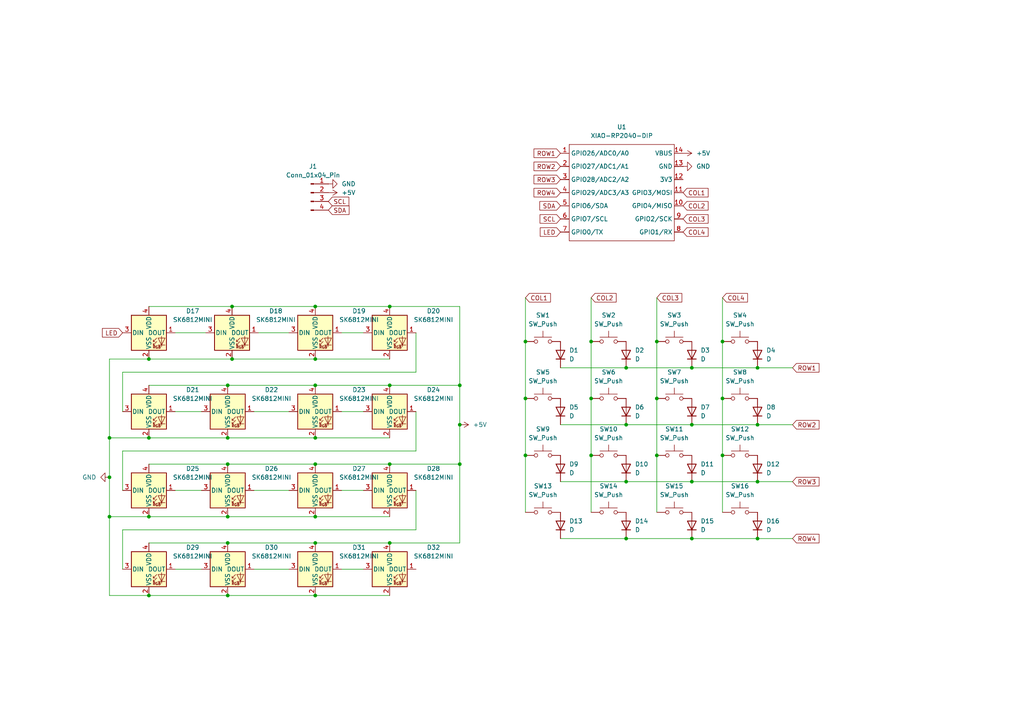
<source format=kicad_sch>
(kicad_sch
	(version 20231120)
	(generator "eeschema")
	(generator_version "8.0")
	(uuid "75e5a835-0f9d-485c-b104-c334cc1c0ba9")
	(paper "A4")
	(lib_symbols
		(symbol "Connector:Conn_01x04_Pin"
			(pin_names
				(offset 1.016) hide)
			(exclude_from_sim no)
			(in_bom yes)
			(on_board yes)
			(property "Reference" "J"
				(at 0 5.08 0)
				(effects
					(font
						(size 1.27 1.27)
					)
				)
			)
			(property "Value" "Conn_01x04_Pin"
				(at 0 -7.62 0)
				(effects
					(font
						(size 1.27 1.27)
					)
				)
			)
			(property "Footprint" ""
				(at 0 0 0)
				(effects
					(font
						(size 1.27 1.27)
					)
					(hide yes)
				)
			)
			(property "Datasheet" "~"
				(at 0 0 0)
				(effects
					(font
						(size 1.27 1.27)
					)
					(hide yes)
				)
			)
			(property "Description" "Generic connector, single row, 01x04, script generated"
				(at 0 0 0)
				(effects
					(font
						(size 1.27 1.27)
					)
					(hide yes)
				)
			)
			(property "ki_locked" ""
				(at 0 0 0)
				(effects
					(font
						(size 1.27 1.27)
					)
				)
			)
			(property "ki_keywords" "connector"
				(at 0 0 0)
				(effects
					(font
						(size 1.27 1.27)
					)
					(hide yes)
				)
			)
			(property "ki_fp_filters" "Connector*:*_1x??_*"
				(at 0 0 0)
				(effects
					(font
						(size 1.27 1.27)
					)
					(hide yes)
				)
			)
			(symbol "Conn_01x04_Pin_1_1"
				(polyline
					(pts
						(xy 1.27 -5.08) (xy 0.8636 -5.08)
					)
					(stroke
						(width 0.1524)
						(type default)
					)
					(fill
						(type none)
					)
				)
				(polyline
					(pts
						(xy 1.27 -2.54) (xy 0.8636 -2.54)
					)
					(stroke
						(width 0.1524)
						(type default)
					)
					(fill
						(type none)
					)
				)
				(polyline
					(pts
						(xy 1.27 0) (xy 0.8636 0)
					)
					(stroke
						(width 0.1524)
						(type default)
					)
					(fill
						(type none)
					)
				)
				(polyline
					(pts
						(xy 1.27 2.54) (xy 0.8636 2.54)
					)
					(stroke
						(width 0.1524)
						(type default)
					)
					(fill
						(type none)
					)
				)
				(rectangle
					(start 0.8636 -4.953)
					(end 0 -5.207)
					(stroke
						(width 0.1524)
						(type default)
					)
					(fill
						(type outline)
					)
				)
				(rectangle
					(start 0.8636 -2.413)
					(end 0 -2.667)
					(stroke
						(width 0.1524)
						(type default)
					)
					(fill
						(type outline)
					)
				)
				(rectangle
					(start 0.8636 0.127)
					(end 0 -0.127)
					(stroke
						(width 0.1524)
						(type default)
					)
					(fill
						(type outline)
					)
				)
				(rectangle
					(start 0.8636 2.667)
					(end 0 2.413)
					(stroke
						(width 0.1524)
						(type default)
					)
					(fill
						(type outline)
					)
				)
				(pin passive line
					(at 5.08 2.54 180)
					(length 3.81)
					(name "Pin_1"
						(effects
							(font
								(size 1.27 1.27)
							)
						)
					)
					(number "1"
						(effects
							(font
								(size 1.27 1.27)
							)
						)
					)
				)
				(pin passive line
					(at 5.08 0 180)
					(length 3.81)
					(name "Pin_2"
						(effects
							(font
								(size 1.27 1.27)
							)
						)
					)
					(number "2"
						(effects
							(font
								(size 1.27 1.27)
							)
						)
					)
				)
				(pin passive line
					(at 5.08 -2.54 180)
					(length 3.81)
					(name "Pin_3"
						(effects
							(font
								(size 1.27 1.27)
							)
						)
					)
					(number "3"
						(effects
							(font
								(size 1.27 1.27)
							)
						)
					)
				)
				(pin passive line
					(at 5.08 -5.08 180)
					(length 3.81)
					(name "Pin_4"
						(effects
							(font
								(size 1.27 1.27)
							)
						)
					)
					(number "4"
						(effects
							(font
								(size 1.27 1.27)
							)
						)
					)
				)
			)
		)
		(symbol "Device:D"
			(pin_numbers hide)
			(pin_names
				(offset 1.016) hide)
			(exclude_from_sim no)
			(in_bom yes)
			(on_board yes)
			(property "Reference" "D"
				(at 0 2.54 0)
				(effects
					(font
						(size 1.27 1.27)
					)
				)
			)
			(property "Value" "D"
				(at 0 -2.54 0)
				(effects
					(font
						(size 1.27 1.27)
					)
				)
			)
			(property "Footprint" ""
				(at 0 0 0)
				(effects
					(font
						(size 1.27 1.27)
					)
					(hide yes)
				)
			)
			(property "Datasheet" "~"
				(at 0 0 0)
				(effects
					(font
						(size 1.27 1.27)
					)
					(hide yes)
				)
			)
			(property "Description" "Diode"
				(at 0 0 0)
				(effects
					(font
						(size 1.27 1.27)
					)
					(hide yes)
				)
			)
			(property "Sim.Device" "D"
				(at 0 0 0)
				(effects
					(font
						(size 1.27 1.27)
					)
					(hide yes)
				)
			)
			(property "Sim.Pins" "1=K 2=A"
				(at 0 0 0)
				(effects
					(font
						(size 1.27 1.27)
					)
					(hide yes)
				)
			)
			(property "ki_keywords" "diode"
				(at 0 0 0)
				(effects
					(font
						(size 1.27 1.27)
					)
					(hide yes)
				)
			)
			(property "ki_fp_filters" "TO-???* *_Diode_* *SingleDiode* D_*"
				(at 0 0 0)
				(effects
					(font
						(size 1.27 1.27)
					)
					(hide yes)
				)
			)
			(symbol "D_0_1"
				(polyline
					(pts
						(xy -1.27 1.27) (xy -1.27 -1.27)
					)
					(stroke
						(width 0.254)
						(type default)
					)
					(fill
						(type none)
					)
				)
				(polyline
					(pts
						(xy 1.27 0) (xy -1.27 0)
					)
					(stroke
						(width 0)
						(type default)
					)
					(fill
						(type none)
					)
				)
				(polyline
					(pts
						(xy 1.27 1.27) (xy 1.27 -1.27) (xy -1.27 0) (xy 1.27 1.27)
					)
					(stroke
						(width 0.254)
						(type default)
					)
					(fill
						(type none)
					)
				)
			)
			(symbol "D_1_1"
				(pin passive line
					(at -3.81 0 0)
					(length 2.54)
					(name "K"
						(effects
							(font
								(size 1.27 1.27)
							)
						)
					)
					(number "1"
						(effects
							(font
								(size 1.27 1.27)
							)
						)
					)
				)
				(pin passive line
					(at 3.81 0 180)
					(length 2.54)
					(name "A"
						(effects
							(font
								(size 1.27 1.27)
							)
						)
					)
					(number "2"
						(effects
							(font
								(size 1.27 1.27)
							)
						)
					)
				)
			)
		)
		(symbol "LED:SK6812MINI"
			(pin_names
				(offset 0.254)
			)
			(exclude_from_sim no)
			(in_bom yes)
			(on_board yes)
			(property "Reference" "D"
				(at 5.08 5.715 0)
				(effects
					(font
						(size 1.27 1.27)
					)
					(justify right bottom)
				)
			)
			(property "Value" "SK6812MINI"
				(at 1.27 -5.715 0)
				(effects
					(font
						(size 1.27 1.27)
					)
					(justify left top)
				)
			)
			(property "Footprint" "LED_SMD:LED_SK6812MINI_PLCC4_3.5x3.5mm_P1.75mm"
				(at 1.27 -7.62 0)
				(effects
					(font
						(size 1.27 1.27)
					)
					(justify left top)
					(hide yes)
				)
			)
			(property "Datasheet" "https://cdn-shop.adafruit.com/product-files/2686/SK6812MINI_REV.01-1-2.pdf"
				(at 2.54 -9.525 0)
				(effects
					(font
						(size 1.27 1.27)
					)
					(justify left top)
					(hide yes)
				)
			)
			(property "Description" "RGB LED with integrated controller"
				(at 0 0 0)
				(effects
					(font
						(size 1.27 1.27)
					)
					(hide yes)
				)
			)
			(property "ki_keywords" "RGB LED NeoPixel Mini addressable"
				(at 0 0 0)
				(effects
					(font
						(size 1.27 1.27)
					)
					(hide yes)
				)
			)
			(property "ki_fp_filters" "LED*SK6812MINI*PLCC*3.5x3.5mm*P1.75mm*"
				(at 0 0 0)
				(effects
					(font
						(size 1.27 1.27)
					)
					(hide yes)
				)
			)
			(symbol "SK6812MINI_0_0"
				(text "RGB"
					(at 2.286 -4.191 0)
					(effects
						(font
							(size 0.762 0.762)
						)
					)
				)
			)
			(symbol "SK6812MINI_0_1"
				(polyline
					(pts
						(xy 1.27 -3.556) (xy 1.778 -3.556)
					)
					(stroke
						(width 0)
						(type default)
					)
					(fill
						(type none)
					)
				)
				(polyline
					(pts
						(xy 1.27 -2.54) (xy 1.778 -2.54)
					)
					(stroke
						(width 0)
						(type default)
					)
					(fill
						(type none)
					)
				)
				(polyline
					(pts
						(xy 4.699 -3.556) (xy 2.667 -3.556)
					)
					(stroke
						(width 0)
						(type default)
					)
					(fill
						(type none)
					)
				)
				(polyline
					(pts
						(xy 2.286 -2.54) (xy 1.27 -3.556) (xy 1.27 -3.048)
					)
					(stroke
						(width 0)
						(type default)
					)
					(fill
						(type none)
					)
				)
				(polyline
					(pts
						(xy 2.286 -1.524) (xy 1.27 -2.54) (xy 1.27 -2.032)
					)
					(stroke
						(width 0)
						(type default)
					)
					(fill
						(type none)
					)
				)
				(polyline
					(pts
						(xy 3.683 -1.016) (xy 3.683 -3.556) (xy 3.683 -4.064)
					)
					(stroke
						(width 0)
						(type default)
					)
					(fill
						(type none)
					)
				)
				(polyline
					(pts
						(xy 4.699 -1.524) (xy 2.667 -1.524) (xy 3.683 -3.556) (xy 4.699 -1.524)
					)
					(stroke
						(width 0)
						(type default)
					)
					(fill
						(type none)
					)
				)
				(rectangle
					(start 5.08 5.08)
					(end -5.08 -5.08)
					(stroke
						(width 0.254)
						(type default)
					)
					(fill
						(type background)
					)
				)
			)
			(symbol "SK6812MINI_1_1"
				(pin output line
					(at 7.62 0 180)
					(length 2.54)
					(name "DOUT"
						(effects
							(font
								(size 1.27 1.27)
							)
						)
					)
					(number "1"
						(effects
							(font
								(size 1.27 1.27)
							)
						)
					)
				)
				(pin power_in line
					(at 0 -7.62 90)
					(length 2.54)
					(name "VSS"
						(effects
							(font
								(size 1.27 1.27)
							)
						)
					)
					(number "2"
						(effects
							(font
								(size 1.27 1.27)
							)
						)
					)
				)
				(pin input line
					(at -7.62 0 0)
					(length 2.54)
					(name "DIN"
						(effects
							(font
								(size 1.27 1.27)
							)
						)
					)
					(number "3"
						(effects
							(font
								(size 1.27 1.27)
							)
						)
					)
				)
				(pin power_in line
					(at 0 7.62 270)
					(length 2.54)
					(name "VDD"
						(effects
							(font
								(size 1.27 1.27)
							)
						)
					)
					(number "4"
						(effects
							(font
								(size 1.27 1.27)
							)
						)
					)
				)
			)
		)
		(symbol "OPL:XIAO-RP2040-DIP"
			(exclude_from_sim no)
			(in_bom yes)
			(on_board yes)
			(property "Reference" "U"
				(at 0 0 0)
				(effects
					(font
						(size 1.27 1.27)
					)
				)
			)
			(property "Value" "XIAO-RP2040-DIP"
				(at 5.334 -1.778 0)
				(effects
					(font
						(size 1.27 1.27)
					)
				)
			)
			(property "Footprint" "Module:MOUDLE14P-XIAO-DIP-SMD"
				(at 14.478 -32.258 0)
				(effects
					(font
						(size 1.27 1.27)
					)
					(hide yes)
				)
			)
			(property "Datasheet" ""
				(at 0 0 0)
				(effects
					(font
						(size 1.27 1.27)
					)
					(hide yes)
				)
			)
			(property "Description" ""
				(at 0 0 0)
				(effects
					(font
						(size 1.27 1.27)
					)
					(hide yes)
				)
			)
			(symbol "XIAO-RP2040-DIP_1_0"
				(polyline
					(pts
						(xy -1.27 -30.48) (xy -1.27 -16.51)
					)
					(stroke
						(width 0.1524)
						(type solid)
					)
					(fill
						(type none)
					)
				)
				(polyline
					(pts
						(xy -1.27 -27.94) (xy -2.54 -27.94)
					)
					(stroke
						(width 0.1524)
						(type solid)
					)
					(fill
						(type none)
					)
				)
				(polyline
					(pts
						(xy -1.27 -24.13) (xy -2.54 -24.13)
					)
					(stroke
						(width 0.1524)
						(type solid)
					)
					(fill
						(type none)
					)
				)
				(polyline
					(pts
						(xy -1.27 -20.32) (xy -2.54 -20.32)
					)
					(stroke
						(width 0.1524)
						(type solid)
					)
					(fill
						(type none)
					)
				)
				(polyline
					(pts
						(xy -1.27 -16.51) (xy -2.54 -16.51)
					)
					(stroke
						(width 0.1524)
						(type solid)
					)
					(fill
						(type none)
					)
				)
				(polyline
					(pts
						(xy -1.27 -16.51) (xy -1.27 -12.7)
					)
					(stroke
						(width 0.1524)
						(type solid)
					)
					(fill
						(type none)
					)
				)
				(polyline
					(pts
						(xy -1.27 -12.7) (xy -2.54 -12.7)
					)
					(stroke
						(width 0.1524)
						(type solid)
					)
					(fill
						(type none)
					)
				)
				(polyline
					(pts
						(xy -1.27 -12.7) (xy -1.27 -8.89)
					)
					(stroke
						(width 0.1524)
						(type solid)
					)
					(fill
						(type none)
					)
				)
				(polyline
					(pts
						(xy -1.27 -8.89) (xy -2.54 -8.89)
					)
					(stroke
						(width 0.1524)
						(type solid)
					)
					(fill
						(type none)
					)
				)
				(polyline
					(pts
						(xy -1.27 -8.89) (xy -1.27 -5.08)
					)
					(stroke
						(width 0.1524)
						(type solid)
					)
					(fill
						(type none)
					)
				)
				(polyline
					(pts
						(xy -1.27 -5.08) (xy -2.54 -5.08)
					)
					(stroke
						(width 0.1524)
						(type solid)
					)
					(fill
						(type none)
					)
				)
				(polyline
					(pts
						(xy -1.27 -5.08) (xy -1.27 -2.54)
					)
					(stroke
						(width 0.1524)
						(type solid)
					)
					(fill
						(type none)
					)
				)
				(polyline
					(pts
						(xy -1.27 -2.54) (xy 29.21 -2.54)
					)
					(stroke
						(width 0.1524)
						(type solid)
					)
					(fill
						(type none)
					)
				)
				(polyline
					(pts
						(xy 29.21 -30.48) (xy -1.27 -30.48)
					)
					(stroke
						(width 0.1524)
						(type solid)
					)
					(fill
						(type none)
					)
				)
				(polyline
					(pts
						(xy 29.21 -12.7) (xy 29.21 -30.48)
					)
					(stroke
						(width 0.1524)
						(type solid)
					)
					(fill
						(type none)
					)
				)
				(polyline
					(pts
						(xy 29.21 -8.89) (xy 29.21 -12.7)
					)
					(stroke
						(width 0.1524)
						(type solid)
					)
					(fill
						(type none)
					)
				)
				(polyline
					(pts
						(xy 29.21 -5.08) (xy 29.21 -8.89)
					)
					(stroke
						(width 0.1524)
						(type solid)
					)
					(fill
						(type none)
					)
				)
				(polyline
					(pts
						(xy 29.21 -2.54) (xy 29.21 -5.08)
					)
					(stroke
						(width 0.1524)
						(type solid)
					)
					(fill
						(type none)
					)
				)
				(polyline
					(pts
						(xy 30.48 -27.94) (xy 29.21 -27.94)
					)
					(stroke
						(width 0.1524)
						(type solid)
					)
					(fill
						(type none)
					)
				)
				(polyline
					(pts
						(xy 30.48 -24.13) (xy 29.21 -24.13)
					)
					(stroke
						(width 0.1524)
						(type solid)
					)
					(fill
						(type none)
					)
				)
				(polyline
					(pts
						(xy 30.48 -20.32) (xy 29.21 -20.32)
					)
					(stroke
						(width 0.1524)
						(type solid)
					)
					(fill
						(type none)
					)
				)
				(polyline
					(pts
						(xy 30.48 -16.51) (xy 29.21 -16.51)
					)
					(stroke
						(width 0.1524)
						(type solid)
					)
					(fill
						(type none)
					)
				)
				(polyline
					(pts
						(xy 30.48 -12.7) (xy 29.21 -12.7)
					)
					(stroke
						(width 0.1524)
						(type solid)
					)
					(fill
						(type none)
					)
				)
				(polyline
					(pts
						(xy 30.48 -8.89) (xy 29.21 -8.89)
					)
					(stroke
						(width 0.1524)
						(type solid)
					)
					(fill
						(type none)
					)
				)
				(polyline
					(pts
						(xy 30.48 -5.08) (xy 29.21 -5.08)
					)
					(stroke
						(width 0.1524)
						(type solid)
					)
					(fill
						(type none)
					)
				)
				(pin passive line
					(at -3.81 -5.08 0)
					(length 2.54)
					(name "GPIO26/ADC0/A0"
						(effects
							(font
								(size 1.27 1.27)
							)
						)
					)
					(number "1"
						(effects
							(font
								(size 1.27 1.27)
							)
						)
					)
				)
				(pin passive line
					(at 31.75 -20.32 180)
					(length 2.54)
					(name "GPIO4/MISO"
						(effects
							(font
								(size 1.27 1.27)
							)
						)
					)
					(number "10"
						(effects
							(font
								(size 1.27 1.27)
							)
						)
					)
				)
				(pin passive line
					(at 31.75 -16.51 180)
					(length 2.54)
					(name "GPIO3/MOSI"
						(effects
							(font
								(size 1.27 1.27)
							)
						)
					)
					(number "11"
						(effects
							(font
								(size 1.27 1.27)
							)
						)
					)
				)
				(pin passive line
					(at 31.75 -12.7 180)
					(length 2.54)
					(name "3V3"
						(effects
							(font
								(size 1.27 1.27)
							)
						)
					)
					(number "12"
						(effects
							(font
								(size 1.27 1.27)
							)
						)
					)
				)
				(pin passive line
					(at 31.75 -8.89 180)
					(length 2.54)
					(name "GND"
						(effects
							(font
								(size 1.27 1.27)
							)
						)
					)
					(number "13"
						(effects
							(font
								(size 1.27 1.27)
							)
						)
					)
				)
				(pin passive line
					(at 31.75 -5.08 180)
					(length 2.54)
					(name "VBUS"
						(effects
							(font
								(size 1.27 1.27)
							)
						)
					)
					(number "14"
						(effects
							(font
								(size 1.27 1.27)
							)
						)
					)
				)
				(pin passive line
					(at -3.81 -8.89 0)
					(length 2.54)
					(name "GPIO27/ADC1/A1"
						(effects
							(font
								(size 1.27 1.27)
							)
						)
					)
					(number "2"
						(effects
							(font
								(size 1.27 1.27)
							)
						)
					)
				)
				(pin passive line
					(at -3.81 -12.7 0)
					(length 2.54)
					(name "GPIO28/ADC2/A2"
						(effects
							(font
								(size 1.27 1.27)
							)
						)
					)
					(number "3"
						(effects
							(font
								(size 1.27 1.27)
							)
						)
					)
				)
				(pin passive line
					(at -3.81 -16.51 0)
					(length 2.54)
					(name "GPIO29/ADC3/A3"
						(effects
							(font
								(size 1.27 1.27)
							)
						)
					)
					(number "4"
						(effects
							(font
								(size 1.27 1.27)
							)
						)
					)
				)
				(pin passive line
					(at -3.81 -20.32 0)
					(length 2.54)
					(name "GPIO6/SDA"
						(effects
							(font
								(size 1.27 1.27)
							)
						)
					)
					(number "5"
						(effects
							(font
								(size 1.27 1.27)
							)
						)
					)
				)
				(pin passive line
					(at -3.81 -24.13 0)
					(length 2.54)
					(name "GPIO7/SCL"
						(effects
							(font
								(size 1.27 1.27)
							)
						)
					)
					(number "6"
						(effects
							(font
								(size 1.27 1.27)
							)
						)
					)
				)
				(pin passive line
					(at -3.81 -27.94 0)
					(length 2.54)
					(name "GPIO0/TX"
						(effects
							(font
								(size 1.27 1.27)
							)
						)
					)
					(number "7"
						(effects
							(font
								(size 1.27 1.27)
							)
						)
					)
				)
				(pin passive line
					(at 31.75 -27.94 180)
					(length 2.54)
					(name "GPIO1/RX"
						(effects
							(font
								(size 1.27 1.27)
							)
						)
					)
					(number "8"
						(effects
							(font
								(size 1.27 1.27)
							)
						)
					)
				)
				(pin passive line
					(at 31.75 -24.13 180)
					(length 2.54)
					(name "GPIO2/SCK"
						(effects
							(font
								(size 1.27 1.27)
							)
						)
					)
					(number "9"
						(effects
							(font
								(size 1.27 1.27)
							)
						)
					)
				)
			)
		)
		(symbol "Switch:SW_Push"
			(pin_numbers hide)
			(pin_names
				(offset 1.016) hide)
			(exclude_from_sim no)
			(in_bom yes)
			(on_board yes)
			(property "Reference" "SW"
				(at 1.27 2.54 0)
				(effects
					(font
						(size 1.27 1.27)
					)
					(justify left)
				)
			)
			(property "Value" "SW_Push"
				(at 0 -1.524 0)
				(effects
					(font
						(size 1.27 1.27)
					)
				)
			)
			(property "Footprint" ""
				(at 0 5.08 0)
				(effects
					(font
						(size 1.27 1.27)
					)
					(hide yes)
				)
			)
			(property "Datasheet" "~"
				(at 0 5.08 0)
				(effects
					(font
						(size 1.27 1.27)
					)
					(hide yes)
				)
			)
			(property "Description" "Push button switch, generic, two pins"
				(at 0 0 0)
				(effects
					(font
						(size 1.27 1.27)
					)
					(hide yes)
				)
			)
			(property "ki_keywords" "switch normally-open pushbutton push-button"
				(at 0 0 0)
				(effects
					(font
						(size 1.27 1.27)
					)
					(hide yes)
				)
			)
			(symbol "SW_Push_0_1"
				(circle
					(center -2.032 0)
					(radius 0.508)
					(stroke
						(width 0)
						(type default)
					)
					(fill
						(type none)
					)
				)
				(polyline
					(pts
						(xy 0 1.27) (xy 0 3.048)
					)
					(stroke
						(width 0)
						(type default)
					)
					(fill
						(type none)
					)
				)
				(polyline
					(pts
						(xy 2.54 1.27) (xy -2.54 1.27)
					)
					(stroke
						(width 0)
						(type default)
					)
					(fill
						(type none)
					)
				)
				(circle
					(center 2.032 0)
					(radius 0.508)
					(stroke
						(width 0)
						(type default)
					)
					(fill
						(type none)
					)
				)
				(pin passive line
					(at -5.08 0 0)
					(length 2.54)
					(name "1"
						(effects
							(font
								(size 1.27 1.27)
							)
						)
					)
					(number "1"
						(effects
							(font
								(size 1.27 1.27)
							)
						)
					)
				)
				(pin passive line
					(at 5.08 0 180)
					(length 2.54)
					(name "2"
						(effects
							(font
								(size 1.27 1.27)
							)
						)
					)
					(number "2"
						(effects
							(font
								(size 1.27 1.27)
							)
						)
					)
				)
			)
		)
		(symbol "power:+5V"
			(power)
			(pin_numbers hide)
			(pin_names
				(offset 0) hide)
			(exclude_from_sim no)
			(in_bom yes)
			(on_board yes)
			(property "Reference" "#PWR"
				(at 0 -3.81 0)
				(effects
					(font
						(size 1.27 1.27)
					)
					(hide yes)
				)
			)
			(property "Value" "+5V"
				(at 0 3.556 0)
				(effects
					(font
						(size 1.27 1.27)
					)
				)
			)
			(property "Footprint" ""
				(at 0 0 0)
				(effects
					(font
						(size 1.27 1.27)
					)
					(hide yes)
				)
			)
			(property "Datasheet" ""
				(at 0 0 0)
				(effects
					(font
						(size 1.27 1.27)
					)
					(hide yes)
				)
			)
			(property "Description" "Power symbol creates a global label with name \"+5V\""
				(at 0 0 0)
				(effects
					(font
						(size 1.27 1.27)
					)
					(hide yes)
				)
			)
			(property "ki_keywords" "global power"
				(at 0 0 0)
				(effects
					(font
						(size 1.27 1.27)
					)
					(hide yes)
				)
			)
			(symbol "+5V_0_1"
				(polyline
					(pts
						(xy -0.762 1.27) (xy 0 2.54)
					)
					(stroke
						(width 0)
						(type default)
					)
					(fill
						(type none)
					)
				)
				(polyline
					(pts
						(xy 0 0) (xy 0 2.54)
					)
					(stroke
						(width 0)
						(type default)
					)
					(fill
						(type none)
					)
				)
				(polyline
					(pts
						(xy 0 2.54) (xy 0.762 1.27)
					)
					(stroke
						(width 0)
						(type default)
					)
					(fill
						(type none)
					)
				)
			)
			(symbol "+5V_1_1"
				(pin power_in line
					(at 0 0 90)
					(length 0)
					(name "~"
						(effects
							(font
								(size 1.27 1.27)
							)
						)
					)
					(number "1"
						(effects
							(font
								(size 1.27 1.27)
							)
						)
					)
				)
			)
		)
		(symbol "power:GND"
			(power)
			(pin_numbers hide)
			(pin_names
				(offset 0) hide)
			(exclude_from_sim no)
			(in_bom yes)
			(on_board yes)
			(property "Reference" "#PWR"
				(at 0 -6.35 0)
				(effects
					(font
						(size 1.27 1.27)
					)
					(hide yes)
				)
			)
			(property "Value" "GND"
				(at 0 -3.81 0)
				(effects
					(font
						(size 1.27 1.27)
					)
				)
			)
			(property "Footprint" ""
				(at 0 0 0)
				(effects
					(font
						(size 1.27 1.27)
					)
					(hide yes)
				)
			)
			(property "Datasheet" ""
				(at 0 0 0)
				(effects
					(font
						(size 1.27 1.27)
					)
					(hide yes)
				)
			)
			(property "Description" "Power symbol creates a global label with name \"GND\" , ground"
				(at 0 0 0)
				(effects
					(font
						(size 1.27 1.27)
					)
					(hide yes)
				)
			)
			(property "ki_keywords" "global power"
				(at 0 0 0)
				(effects
					(font
						(size 1.27 1.27)
					)
					(hide yes)
				)
			)
			(symbol "GND_0_1"
				(polyline
					(pts
						(xy 0 0) (xy 0 -1.27) (xy 1.27 -1.27) (xy 0 -2.54) (xy -1.27 -1.27) (xy 0 -1.27)
					)
					(stroke
						(width 0)
						(type default)
					)
					(fill
						(type none)
					)
				)
			)
			(symbol "GND_1_1"
				(pin power_in line
					(at 0 0 270)
					(length 0)
					(name "~"
						(effects
							(font
								(size 1.27 1.27)
							)
						)
					)
					(number "1"
						(effects
							(font
								(size 1.27 1.27)
							)
						)
					)
				)
			)
		)
	)
	(junction
		(at 31.75 127)
		(diameter 0)
		(color 0 0 0 0)
		(uuid "04badd53-a286-4de7-878c-bd9c7f1ee38f")
	)
	(junction
		(at 152.4 99.06)
		(diameter 0)
		(color 0 0 0 0)
		(uuid "13ec989a-cb79-4255-ae24-2942f2e9fd0f")
	)
	(junction
		(at 91.44 149.86)
		(diameter 0)
		(color 0 0 0 0)
		(uuid "1fce8fbc-a069-4b26-bb91-b441924ae251")
	)
	(junction
		(at 200.66 106.68)
		(diameter 0)
		(color 0 0 0 0)
		(uuid "22fef5bb-f25e-4716-b497-43be192c5f0e")
	)
	(junction
		(at 209.55 99.06)
		(diameter 0)
		(color 0 0 0 0)
		(uuid "24d5d642-bb08-433d-94a4-9fe46591da05")
	)
	(junction
		(at 91.44 157.48)
		(diameter 0)
		(color 0 0 0 0)
		(uuid "29dffc7a-904e-499d-9025-6a0541e54082")
	)
	(junction
		(at 181.61 123.19)
		(diameter 0)
		(color 0 0 0 0)
		(uuid "2c817f3a-95b5-4646-8560-275a1a365ed2")
	)
	(junction
		(at 43.18 172.72)
		(diameter 0)
		(color 0 0 0 0)
		(uuid "2d1dd834-888c-4a7b-b9a7-fdd2b0574d5b")
	)
	(junction
		(at 113.03 111.76)
		(diameter 0)
		(color 0 0 0 0)
		(uuid "2f03a4b7-c950-4c22-8cc6-a3faf58bbc44")
	)
	(junction
		(at 181.61 156.21)
		(diameter 0)
		(color 0 0 0 0)
		(uuid "2f830460-4793-41f7-a919-a5aa32f894f4")
	)
	(junction
		(at 133.35 134.62)
		(diameter 0)
		(color 0 0 0 0)
		(uuid "358769b5-b416-4e95-b5aa-765ab5e2a125")
	)
	(junction
		(at 209.55 115.57)
		(diameter 0)
		(color 0 0 0 0)
		(uuid "3b2e2aed-9cb7-4bfd-857e-7413691ad87a")
	)
	(junction
		(at 91.44 111.76)
		(diameter 0)
		(color 0 0 0 0)
		(uuid "43701ab9-690e-46d8-b393-10040694aa67")
	)
	(junction
		(at 200.66 123.19)
		(diameter 0)
		(color 0 0 0 0)
		(uuid "4af8c3ba-c85c-4907-9289-a7fe6123b41f")
	)
	(junction
		(at 91.44 134.62)
		(diameter 0)
		(color 0 0 0 0)
		(uuid "4e7847af-713e-4aff-9bf5-c81d926e3d09")
	)
	(junction
		(at 66.04 157.48)
		(diameter 0)
		(color 0 0 0 0)
		(uuid "57feaa00-31a2-48f2-84b0-1f4ad0a68404")
	)
	(junction
		(at 66.04 111.76)
		(diameter 0)
		(color 0 0 0 0)
		(uuid "677905ac-3e44-4696-95fd-ea763ca358fd")
	)
	(junction
		(at 91.44 127)
		(diameter 0)
		(color 0 0 0 0)
		(uuid "697e449f-1807-4a7f-b893-212ccdd9de39")
	)
	(junction
		(at 113.03 157.48)
		(diameter 0)
		(color 0 0 0 0)
		(uuid "6e8ed0f2-6d47-43db-8bee-53607a3efe1b")
	)
	(junction
		(at 43.18 104.14)
		(diameter 0)
		(color 0 0 0 0)
		(uuid "808c3647-e39a-449f-b4cf-4fa0c921fca2")
	)
	(junction
		(at 171.45 132.08)
		(diameter 0)
		(color 0 0 0 0)
		(uuid "89677cef-d671-4db5-86f7-a6879e7cc288")
	)
	(junction
		(at 190.5 132.08)
		(diameter 0)
		(color 0 0 0 0)
		(uuid "9de8662d-d97d-41fe-bc6d-f4bff2d4f40b")
	)
	(junction
		(at 152.4 115.57)
		(diameter 0)
		(color 0 0 0 0)
		(uuid "a183193a-e360-40f4-a753-44907e38caa8")
	)
	(junction
		(at 200.66 139.7)
		(diameter 0)
		(color 0 0 0 0)
		(uuid "a6024715-f66d-4213-87cb-19a618a7038b")
	)
	(junction
		(at 219.71 123.19)
		(diameter 0)
		(color 0 0 0 0)
		(uuid "a6d60ac7-5ba4-4ff7-8ce6-5acb4343bc7c")
	)
	(junction
		(at 66.04 134.62)
		(diameter 0)
		(color 0 0 0 0)
		(uuid "a715c910-23c0-439e-8f85-882cdc0f1619")
	)
	(junction
		(at 113.03 134.62)
		(diameter 0)
		(color 0 0 0 0)
		(uuid "af35b8e6-e6fd-4a01-977d-a13984fdfae6")
	)
	(junction
		(at 67.31 88.9)
		(diameter 0)
		(color 0 0 0 0)
		(uuid "afc9b2a5-e664-4f7b-afb4-e27d4313ddee")
	)
	(junction
		(at 219.71 139.7)
		(diameter 0)
		(color 0 0 0 0)
		(uuid "b1edd52d-8b80-4ea0-8e2b-099fbe53e6e2")
	)
	(junction
		(at 31.75 138.43)
		(diameter 0)
		(color 0 0 0 0)
		(uuid "b59ffcba-0f56-4511-93a9-29e1d3d27a25")
	)
	(junction
		(at 133.35 123.19)
		(diameter 0)
		(color 0 0 0 0)
		(uuid "b656343a-a52c-4356-9d7f-e5b394799d63")
	)
	(junction
		(at 181.61 106.68)
		(diameter 0)
		(color 0 0 0 0)
		(uuid "b72c55d1-0398-44bd-9aad-2861da5036f8")
	)
	(junction
		(at 209.55 132.08)
		(diameter 0)
		(color 0 0 0 0)
		(uuid "b778105c-0ea0-4168-8ac9-15ec1ac3a36b")
	)
	(junction
		(at 43.18 149.86)
		(diameter 0)
		(color 0 0 0 0)
		(uuid "b953b445-ceec-4185-94b3-153eb854206f")
	)
	(junction
		(at 181.61 139.7)
		(diameter 0)
		(color 0 0 0 0)
		(uuid "bc276419-d44a-40d4-82fd-241175cb57f4")
	)
	(junction
		(at 91.44 172.72)
		(diameter 0)
		(color 0 0 0 0)
		(uuid "bc9c032b-9be2-4e7c-8e58-688723be1b88")
	)
	(junction
		(at 67.31 104.14)
		(diameter 0)
		(color 0 0 0 0)
		(uuid "c1e90d21-ff01-463f-a296-31da3511db38")
	)
	(junction
		(at 133.35 111.76)
		(diameter 0)
		(color 0 0 0 0)
		(uuid "c364da66-7abd-438a-824b-9cccefd0a93e")
	)
	(junction
		(at 43.18 127)
		(diameter 0)
		(color 0 0 0 0)
		(uuid "c55e7457-e7b9-46d8-bb93-28de3b08f690")
	)
	(junction
		(at 200.66 156.21)
		(diameter 0)
		(color 0 0 0 0)
		(uuid "d474b957-f04a-44ce-97be-d5d34c062304")
	)
	(junction
		(at 113.03 88.9)
		(diameter 0)
		(color 0 0 0 0)
		(uuid "d936d665-5d3e-4b9f-8af2-37aeb63ef261")
	)
	(junction
		(at 219.71 156.21)
		(diameter 0)
		(color 0 0 0 0)
		(uuid "d9d8449a-d673-4837-b306-609cc7ac0579")
	)
	(junction
		(at 66.04 172.72)
		(diameter 0)
		(color 0 0 0 0)
		(uuid "d9eb1da8-fa41-42db-ad8e-26df871b0f29")
	)
	(junction
		(at 219.71 106.68)
		(diameter 0)
		(color 0 0 0 0)
		(uuid "de458296-d63b-4e4e-8c0e-79ddb5494c5f")
	)
	(junction
		(at 190.5 115.57)
		(diameter 0)
		(color 0 0 0 0)
		(uuid "dfd40cfd-3ae6-4ea6-9c89-b713e8dc81f8")
	)
	(junction
		(at 31.75 149.86)
		(diameter 0)
		(color 0 0 0 0)
		(uuid "e2752b05-095f-431b-a4ff-44ed3458084e")
	)
	(junction
		(at 91.44 104.14)
		(diameter 0)
		(color 0 0 0 0)
		(uuid "e7ab6f8c-ada2-4154-835d-6262b257b121")
	)
	(junction
		(at 91.44 88.9)
		(diameter 0)
		(color 0 0 0 0)
		(uuid "eb2db2d3-84fb-4bb5-b661-519905df28b4")
	)
	(junction
		(at 190.5 99.06)
		(diameter 0)
		(color 0 0 0 0)
		(uuid "ef95e834-a065-451b-9b74-c728b0dba214")
	)
	(junction
		(at 66.04 149.86)
		(diameter 0)
		(color 0 0 0 0)
		(uuid "f3b2b029-7926-48cc-83d7-9a595f03ad8f")
	)
	(junction
		(at 171.45 115.57)
		(diameter 0)
		(color 0 0 0 0)
		(uuid "f401f251-b5c0-43e0-97c3-24ed7453484b")
	)
	(junction
		(at 66.04 127)
		(diameter 0)
		(color 0 0 0 0)
		(uuid "f6d8f589-1884-47eb-bf69-ca5ea47087a4")
	)
	(junction
		(at 171.45 99.06)
		(diameter 0)
		(color 0 0 0 0)
		(uuid "f90432fd-ca7f-4f66-a3f1-0926c38e3a51")
	)
	(junction
		(at 152.4 132.08)
		(diameter 0)
		(color 0 0 0 0)
		(uuid "ff48fc27-3c41-427f-b131-3dd9875c8c4e")
	)
	(wire
		(pts
			(xy 67.31 104.14) (xy 91.44 104.14)
		)
		(stroke
			(width 0)
			(type default)
		)
		(uuid "043eab54-2a34-4ab5-b45e-720b6c4013cc")
	)
	(wire
		(pts
			(xy 31.75 127) (xy 31.75 104.14)
		)
		(stroke
			(width 0)
			(type default)
		)
		(uuid "05b984c7-b51b-418e-8c5a-2c3443401894")
	)
	(wire
		(pts
			(xy 162.56 106.68) (xy 181.61 106.68)
		)
		(stroke
			(width 0)
			(type default)
		)
		(uuid "0b91f7af-f052-4132-a073-ac891b39b409")
	)
	(wire
		(pts
			(xy 171.45 115.57) (xy 171.45 132.08)
		)
		(stroke
			(width 0)
			(type default)
		)
		(uuid "0dfc7af0-43c3-49e2-aa98-ed7846887fa1")
	)
	(wire
		(pts
			(xy 113.03 127) (xy 91.44 127)
		)
		(stroke
			(width 0)
			(type default)
		)
		(uuid "0dfc8d2b-9daf-47b2-b6ce-865452e497f0")
	)
	(wire
		(pts
			(xy 66.04 149.86) (xy 43.18 149.86)
		)
		(stroke
			(width 0)
			(type default)
		)
		(uuid "0f5c9721-3700-4746-a20b-fdafd82fae79")
	)
	(wire
		(pts
			(xy 91.44 149.86) (xy 66.04 149.86)
		)
		(stroke
			(width 0)
			(type default)
		)
		(uuid "10aa068a-7a53-46ef-af9d-b49714c0dcda")
	)
	(wire
		(pts
			(xy 31.75 138.43) (xy 31.75 149.86)
		)
		(stroke
			(width 0)
			(type default)
		)
		(uuid "1105e1a5-bfda-4d87-9d0c-53e1b928ff06")
	)
	(wire
		(pts
			(xy 219.71 123.19) (xy 229.87 123.19)
		)
		(stroke
			(width 0)
			(type default)
		)
		(uuid "16db401b-76e3-4a71-a925-bdf07ba94dab")
	)
	(wire
		(pts
			(xy 133.35 111.76) (xy 133.35 123.19)
		)
		(stroke
			(width 0)
			(type default)
		)
		(uuid "19027a41-4fcb-4d8c-90b1-10a94f9b473c")
	)
	(wire
		(pts
			(xy 91.44 88.9) (xy 113.03 88.9)
		)
		(stroke
			(width 0)
			(type default)
		)
		(uuid "23d734dc-c3b7-485c-b535-854acbb0d9b2")
	)
	(wire
		(pts
			(xy 190.5 115.57) (xy 190.5 132.08)
		)
		(stroke
			(width 0)
			(type default)
		)
		(uuid "29dcb7b8-3ded-4b3f-911b-881d7f733f56")
	)
	(wire
		(pts
			(xy 99.06 96.52) (xy 105.41 96.52)
		)
		(stroke
			(width 0)
			(type default)
		)
		(uuid "2def4cbd-3c34-4a79-a47c-26b7a85e3b1b")
	)
	(wire
		(pts
			(xy 133.35 134.62) (xy 133.35 157.48)
		)
		(stroke
			(width 0)
			(type default)
		)
		(uuid "3347acbd-df45-4841-a368-c0e56d654162")
	)
	(wire
		(pts
			(xy 66.04 127) (xy 43.18 127)
		)
		(stroke
			(width 0)
			(type default)
		)
		(uuid "33c8806f-80ba-4183-8a58-22f20a43471c")
	)
	(wire
		(pts
			(xy 120.65 107.95) (xy 35.56 107.95)
		)
		(stroke
			(width 0)
			(type default)
		)
		(uuid "37d31d95-15a0-44bc-9d7f-b5220685514a")
	)
	(wire
		(pts
			(xy 43.18 134.62) (xy 66.04 134.62)
		)
		(stroke
			(width 0)
			(type default)
		)
		(uuid "3c830fce-9ee5-4141-b21f-8536a9cd117f")
	)
	(wire
		(pts
			(xy 73.66 119.38) (xy 83.82 119.38)
		)
		(stroke
			(width 0)
			(type default)
		)
		(uuid "3d195de1-1d76-48f3-a135-4929c6d85c40")
	)
	(wire
		(pts
			(xy 113.03 149.86) (xy 91.44 149.86)
		)
		(stroke
			(width 0)
			(type default)
		)
		(uuid "3d28a7d9-7b89-41fa-b85c-d2b44959d4ae")
	)
	(wire
		(pts
			(xy 133.35 123.19) (xy 133.35 134.62)
		)
		(stroke
			(width 0)
			(type default)
		)
		(uuid "447575cc-ad17-4911-9368-5a221272ce52")
	)
	(wire
		(pts
			(xy 190.5 132.08) (xy 190.5 148.59)
		)
		(stroke
			(width 0)
			(type default)
		)
		(uuid "45ffe842-0282-4da5-be89-2e014151ee4b")
	)
	(wire
		(pts
			(xy 190.5 86.36) (xy 190.5 99.06)
		)
		(stroke
			(width 0)
			(type default)
		)
		(uuid "476a7b8a-bc85-4761-baa6-4b351b9e4fe8")
	)
	(wire
		(pts
			(xy 113.03 157.48) (xy 133.35 157.48)
		)
		(stroke
			(width 0)
			(type default)
		)
		(uuid "48ba537a-caaf-46db-b806-9de7e2968c4d")
	)
	(wire
		(pts
			(xy 152.4 99.06) (xy 152.4 115.57)
		)
		(stroke
			(width 0)
			(type default)
		)
		(uuid "4e905bee-96af-4c8f-8f3b-3b2d29f94fd6")
	)
	(wire
		(pts
			(xy 43.18 111.76) (xy 66.04 111.76)
		)
		(stroke
			(width 0)
			(type default)
		)
		(uuid "4ebdb707-1402-4a03-889e-bb182ae97c69")
	)
	(wire
		(pts
			(xy 67.31 88.9) (xy 91.44 88.9)
		)
		(stroke
			(width 0)
			(type default)
		)
		(uuid "55d34560-5999-4ff7-8334-c20f749f58f6")
	)
	(wire
		(pts
			(xy 113.03 134.62) (xy 133.35 134.62)
		)
		(stroke
			(width 0)
			(type default)
		)
		(uuid "57892a47-1b8f-48f5-b9af-ba32c0b68864")
	)
	(wire
		(pts
			(xy 152.4 86.36) (xy 152.4 99.06)
		)
		(stroke
			(width 0)
			(type default)
		)
		(uuid "596ce9b0-52b8-4b6f-a0d0-31ccc9e8325f")
	)
	(wire
		(pts
			(xy 43.18 88.9) (xy 67.31 88.9)
		)
		(stroke
			(width 0)
			(type default)
		)
		(uuid "5aace789-a3d4-409c-8171-96fb7f292516")
	)
	(wire
		(pts
			(xy 35.56 130.81) (xy 35.56 142.24)
		)
		(stroke
			(width 0)
			(type default)
		)
		(uuid "64031dcc-fc9c-4ba2-8f93-17f46d59cdb5")
	)
	(wire
		(pts
			(xy 152.4 115.57) (xy 152.4 132.08)
		)
		(stroke
			(width 0)
			(type default)
		)
		(uuid "6551cd3d-9a8c-434f-85f1-31659e00ed28")
	)
	(wire
		(pts
			(xy 162.56 139.7) (xy 181.61 139.7)
		)
		(stroke
			(width 0)
			(type default)
		)
		(uuid "66cfd273-8b9f-4cdb-83d1-1ed4c27d1c16")
	)
	(wire
		(pts
			(xy 219.71 106.68) (xy 229.87 106.68)
		)
		(stroke
			(width 0)
			(type default)
		)
		(uuid "670198ad-7b16-4c06-a5e5-118367ac8fe1")
	)
	(wire
		(pts
			(xy 66.04 111.76) (xy 91.44 111.76)
		)
		(stroke
			(width 0)
			(type default)
		)
		(uuid "685469fc-8fea-46f4-9fe8-b86c677ea81f")
	)
	(wire
		(pts
			(xy 91.44 157.48) (xy 113.03 157.48)
		)
		(stroke
			(width 0)
			(type default)
		)
		(uuid "6d83b75c-be40-46cd-b9a4-79c8bd606d4b")
	)
	(wire
		(pts
			(xy 31.75 104.14) (xy 43.18 104.14)
		)
		(stroke
			(width 0)
			(type default)
		)
		(uuid "6ffb1a9f-d744-4dcc-a540-345aa031ecd8")
	)
	(wire
		(pts
			(xy 219.71 156.21) (xy 229.87 156.21)
		)
		(stroke
			(width 0)
			(type default)
		)
		(uuid "776f66ef-b074-474a-878c-d87766035bcc")
	)
	(wire
		(pts
			(xy 209.55 132.08) (xy 209.55 148.59)
		)
		(stroke
			(width 0)
			(type default)
		)
		(uuid "78cbcfb1-1f9b-41ff-9d5c-ffe0190c1147")
	)
	(wire
		(pts
			(xy 43.18 157.48) (xy 66.04 157.48)
		)
		(stroke
			(width 0)
			(type default)
		)
		(uuid "79c5975c-a99f-4674-8a85-40324278dd91")
	)
	(wire
		(pts
			(xy 50.8 165.1) (xy 58.42 165.1)
		)
		(stroke
			(width 0)
			(type default)
		)
		(uuid "7b2506e8-937f-4886-b33f-b23ea126231e")
	)
	(wire
		(pts
			(xy 120.65 142.24) (xy 120.65 153.67)
		)
		(stroke
			(width 0)
			(type default)
		)
		(uuid "7e3237cb-5cf7-4e45-88b5-7604f427e1f6")
	)
	(wire
		(pts
			(xy 74.93 96.52) (xy 83.82 96.52)
		)
		(stroke
			(width 0)
			(type default)
		)
		(uuid "7f9374f1-c597-4237-98ea-21b1de5b10b8")
	)
	(wire
		(pts
			(xy 43.18 127) (xy 31.75 127)
		)
		(stroke
			(width 0)
			(type default)
		)
		(uuid "802ddd6e-0997-4156-95bb-8c8c20b067b2")
	)
	(wire
		(pts
			(xy 162.56 156.21) (xy 181.61 156.21)
		)
		(stroke
			(width 0)
			(type default)
		)
		(uuid "81b19a33-71d8-4fae-b42a-469cef70cf6f")
	)
	(wire
		(pts
			(xy 219.71 139.7) (xy 229.87 139.7)
		)
		(stroke
			(width 0)
			(type default)
		)
		(uuid "81c4f805-30a4-4576-9d62-c37a591d6aac")
	)
	(wire
		(pts
			(xy 171.45 99.06) (xy 171.45 115.57)
		)
		(stroke
			(width 0)
			(type default)
		)
		(uuid "848c7aa4-fa2f-4a8b-a975-fc4dc45eff3b")
	)
	(wire
		(pts
			(xy 120.65 96.52) (xy 120.65 107.95)
		)
		(stroke
			(width 0)
			(type default)
		)
		(uuid "84baa5c8-16a2-4116-b597-44b7e2235d10")
	)
	(wire
		(pts
			(xy 113.03 88.9) (xy 133.35 88.9)
		)
		(stroke
			(width 0)
			(type default)
		)
		(uuid "84fb9d97-341f-44ab-b8cb-132f1a475916")
	)
	(wire
		(pts
			(xy 120.65 119.38) (xy 120.65 130.81)
		)
		(stroke
			(width 0)
			(type default)
		)
		(uuid "87c0e563-5f95-4a10-ab05-632d91a0e5a8")
	)
	(wire
		(pts
			(xy 73.66 165.1) (xy 83.82 165.1)
		)
		(stroke
			(width 0)
			(type default)
		)
		(uuid "8a82b4cd-eee0-477e-859d-c70730cbdbc9")
	)
	(wire
		(pts
			(xy 35.56 153.67) (xy 35.56 165.1)
		)
		(stroke
			(width 0)
			(type default)
		)
		(uuid "8cc6f0bf-1a01-48bb-b196-7e9101cfd127")
	)
	(wire
		(pts
			(xy 43.18 172.72) (xy 66.04 172.72)
		)
		(stroke
			(width 0)
			(type default)
		)
		(uuid "92123f69-4efd-4e3f-8331-9ae2a6de0c91")
	)
	(wire
		(pts
			(xy 31.75 172.72) (xy 43.18 172.72)
		)
		(stroke
			(width 0)
			(type default)
		)
		(uuid "92474118-8732-4835-af14-708561224b51")
	)
	(wire
		(pts
			(xy 190.5 99.06) (xy 190.5 115.57)
		)
		(stroke
			(width 0)
			(type default)
		)
		(uuid "9600fe29-2b97-422e-a6cb-f22f5f2bdd45")
	)
	(wire
		(pts
			(xy 200.66 123.19) (xy 219.71 123.19)
		)
		(stroke
			(width 0)
			(type default)
		)
		(uuid "96600b75-20f8-4c1b-b122-a47f53363b13")
	)
	(wire
		(pts
			(xy 200.66 156.21) (xy 219.71 156.21)
		)
		(stroke
			(width 0)
			(type default)
		)
		(uuid "97da8796-8a21-447f-bc7e-abc1a0346970")
	)
	(wire
		(pts
			(xy 50.8 96.52) (xy 59.69 96.52)
		)
		(stroke
			(width 0)
			(type default)
		)
		(uuid "9e4a2b51-2df9-4e02-b454-491331a960dd")
	)
	(wire
		(pts
			(xy 50.8 142.24) (xy 58.42 142.24)
		)
		(stroke
			(width 0)
			(type default)
		)
		(uuid "9ee7a321-4b3e-49ce-852c-1117ade49a75")
	)
	(wire
		(pts
			(xy 99.06 119.38) (xy 105.41 119.38)
		)
		(stroke
			(width 0)
			(type default)
		)
		(uuid "a09066d5-9cca-4f99-ae97-34c46589171d")
	)
	(wire
		(pts
			(xy 209.55 115.57) (xy 209.55 132.08)
		)
		(stroke
			(width 0)
			(type default)
		)
		(uuid "a3ebd00f-01fb-420a-9f32-f4eac5ef9930")
	)
	(wire
		(pts
			(xy 133.35 88.9) (xy 133.35 111.76)
		)
		(stroke
			(width 0)
			(type default)
		)
		(uuid "a4db2271-d8e2-4ce2-8dba-0419bc7dabdc")
	)
	(wire
		(pts
			(xy 31.75 127) (xy 31.75 138.43)
		)
		(stroke
			(width 0)
			(type default)
		)
		(uuid "a4ee5fdd-8ce7-498c-b1a9-ec6fd77c62c4")
	)
	(wire
		(pts
			(xy 120.65 153.67) (xy 35.56 153.67)
		)
		(stroke
			(width 0)
			(type default)
		)
		(uuid "a526b3fc-40f2-45f5-b2d7-23dafd1c1914")
	)
	(wire
		(pts
			(xy 66.04 157.48) (xy 91.44 157.48)
		)
		(stroke
			(width 0)
			(type default)
		)
		(uuid "a794c3a8-41a1-443b-82fa-3d5cb81438a8")
	)
	(wire
		(pts
			(xy 43.18 104.14) (xy 67.31 104.14)
		)
		(stroke
			(width 0)
			(type default)
		)
		(uuid "a938cac7-ff15-4ad5-8fbc-505ec60d2c07")
	)
	(wire
		(pts
			(xy 113.03 111.76) (xy 133.35 111.76)
		)
		(stroke
			(width 0)
			(type default)
		)
		(uuid "af4562de-3e25-45cd-b672-7aa35f7df06d")
	)
	(wire
		(pts
			(xy 99.06 142.24) (xy 105.41 142.24)
		)
		(stroke
			(width 0)
			(type default)
		)
		(uuid "b0c6ecc5-ccfe-47ac-aa90-cfc91bd1a062")
	)
	(wire
		(pts
			(xy 73.66 142.24) (xy 83.82 142.24)
		)
		(stroke
			(width 0)
			(type default)
		)
		(uuid "b2b33ccf-ef83-4064-a59f-288337db130a")
	)
	(wire
		(pts
			(xy 43.18 149.86) (xy 31.75 149.86)
		)
		(stroke
			(width 0)
			(type default)
		)
		(uuid "b522e875-f3aa-43eb-91df-40b4195b51e5")
	)
	(wire
		(pts
			(xy 35.56 107.95) (xy 35.56 119.38)
		)
		(stroke
			(width 0)
			(type default)
		)
		(uuid "b7acce02-93a7-4553-a476-aba0d1bdbd30")
	)
	(wire
		(pts
			(xy 91.44 172.72) (xy 113.03 172.72)
		)
		(stroke
			(width 0)
			(type default)
		)
		(uuid "b9de41ca-9bb6-4da0-af98-5962bbeb1d96")
	)
	(wire
		(pts
			(xy 31.75 149.86) (xy 31.75 172.72)
		)
		(stroke
			(width 0)
			(type default)
		)
		(uuid "bd56bceb-de64-4093-9417-1eb098cd2067")
	)
	(wire
		(pts
			(xy 91.44 134.62) (xy 113.03 134.62)
		)
		(stroke
			(width 0)
			(type default)
		)
		(uuid "bd70ada7-9b82-479d-8e54-6775212bb011")
	)
	(wire
		(pts
			(xy 99.06 165.1) (xy 105.41 165.1)
		)
		(stroke
			(width 0)
			(type default)
		)
		(uuid "c069e936-941d-4635-bb99-960d3b450888")
	)
	(wire
		(pts
			(xy 50.8 119.38) (xy 58.42 119.38)
		)
		(stroke
			(width 0)
			(type default)
		)
		(uuid "c0b7f483-0203-43fc-96ae-466b5f2a338c")
	)
	(wire
		(pts
			(xy 209.55 99.06) (xy 209.55 115.57)
		)
		(stroke
			(width 0)
			(type default)
		)
		(uuid "c277b987-7852-43df-9ed5-df5883008064")
	)
	(wire
		(pts
			(xy 200.66 139.7) (xy 219.71 139.7)
		)
		(stroke
			(width 0)
			(type default)
		)
		(uuid "c2fb1d43-948d-4f99-bb73-877476ebda25")
	)
	(wire
		(pts
			(xy 181.61 123.19) (xy 200.66 123.19)
		)
		(stroke
			(width 0)
			(type default)
		)
		(uuid "c4c07258-24e3-4fc1-9af9-c337d6dfe625")
	)
	(wire
		(pts
			(xy 209.55 86.36) (xy 209.55 99.06)
		)
		(stroke
			(width 0)
			(type default)
		)
		(uuid "ce3cdccc-2a19-40e6-a7c6-d5b614016a08")
	)
	(wire
		(pts
			(xy 181.61 156.21) (xy 200.66 156.21)
		)
		(stroke
			(width 0)
			(type default)
		)
		(uuid "d056f796-6486-4fb4-84d6-7ee5a519ecd4")
	)
	(wire
		(pts
			(xy 91.44 104.14) (xy 113.03 104.14)
		)
		(stroke
			(width 0)
			(type default)
		)
		(uuid "d5fda1d3-9640-4f69-bccb-8856cd7fd2fe")
	)
	(wire
		(pts
			(xy 171.45 132.08) (xy 171.45 148.59)
		)
		(stroke
			(width 0)
			(type default)
		)
		(uuid "d9ec5544-534e-4a14-9583-65e06d99058f")
	)
	(wire
		(pts
			(xy 91.44 111.76) (xy 113.03 111.76)
		)
		(stroke
			(width 0)
			(type default)
		)
		(uuid "e01e5a17-8464-4fea-a73e-9a0adeef9dc5")
	)
	(wire
		(pts
			(xy 120.65 130.81) (xy 35.56 130.81)
		)
		(stroke
			(width 0)
			(type default)
		)
		(uuid "e1873424-d5d2-4073-9e7f-74923cc778bf")
	)
	(wire
		(pts
			(xy 162.56 123.19) (xy 181.61 123.19)
		)
		(stroke
			(width 0)
			(type default)
		)
		(uuid "e6098c1c-753e-4342-a3fd-740a91bb9812")
	)
	(wire
		(pts
			(xy 66.04 172.72) (xy 91.44 172.72)
		)
		(stroke
			(width 0)
			(type default)
		)
		(uuid "e81ba00e-d6eb-42cb-b968-ef44248b8662")
	)
	(wire
		(pts
			(xy 200.66 106.68) (xy 219.71 106.68)
		)
		(stroke
			(width 0)
			(type default)
		)
		(uuid "e9fd32b7-ff99-4ed0-beb0-40f3f728cdd5")
	)
	(wire
		(pts
			(xy 181.61 106.68) (xy 200.66 106.68)
		)
		(stroke
			(width 0)
			(type default)
		)
		(uuid "ef49a84e-d521-48d9-bd5e-a99303c1b616")
	)
	(wire
		(pts
			(xy 66.04 134.62) (xy 91.44 134.62)
		)
		(stroke
			(width 0)
			(type default)
		)
		(uuid "f56245fc-0127-4593-a42f-9c771708276c")
	)
	(wire
		(pts
			(xy 181.61 139.7) (xy 200.66 139.7)
		)
		(stroke
			(width 0)
			(type default)
		)
		(uuid "f89d1136-4565-434b-a7ba-c04dfd295729")
	)
	(wire
		(pts
			(xy 91.44 127) (xy 66.04 127)
		)
		(stroke
			(width 0)
			(type default)
		)
		(uuid "f982a10f-f61b-410e-9293-3ad13aae5f23")
	)
	(wire
		(pts
			(xy 152.4 132.08) (xy 152.4 148.59)
		)
		(stroke
			(width 0)
			(type default)
		)
		(uuid "fbd0b5f4-bb3a-4157-b71a-3cebf83a700a")
	)
	(wire
		(pts
			(xy 171.45 86.36) (xy 171.45 99.06)
		)
		(stroke
			(width 0)
			(type default)
		)
		(uuid "fd0eb126-4c56-4384-9e7e-69b8476ec5d0")
	)
	(global_label "COL2"
		(shape input)
		(at 198.12 59.69 0)
		(fields_autoplaced yes)
		(effects
			(font
				(size 1.27 1.27)
			)
			(justify left)
		)
		(uuid "2bd5629c-719c-4471-8a0f-ab876ab3a842")
		(property "Intersheetrefs" "${INTERSHEET_REFS}"
			(at 205.9433 59.69 0)
			(effects
				(font
					(size 1.27 1.27)
				)
				(justify left)
				(hide yes)
			)
		)
	)
	(global_label "COL3"
		(shape input)
		(at 190.5 86.36 0)
		(fields_autoplaced yes)
		(effects
			(font
				(size 1.27 1.27)
			)
			(justify left)
		)
		(uuid "30561dc8-d66d-48c9-afe2-ca129b1eeacc")
		(property "Intersheetrefs" "${INTERSHEET_REFS}"
			(at 198.3233 86.36 0)
			(effects
				(font
					(size 1.27 1.27)
				)
				(justify left)
				(hide yes)
			)
		)
	)
	(global_label "ROW4"
		(shape input)
		(at 229.87 156.21 0)
		(fields_autoplaced yes)
		(effects
			(font
				(size 1.27 1.27)
			)
			(justify left)
		)
		(uuid "3c5f05a6-5383-40f2-b9bc-fc56ae41f00a")
		(property "Intersheetrefs" "${INTERSHEET_REFS}"
			(at 238.1166 156.21 0)
			(effects
				(font
					(size 1.27 1.27)
				)
				(justify left)
				(hide yes)
			)
		)
	)
	(global_label "ROW3"
		(shape input)
		(at 229.87 139.7 0)
		(fields_autoplaced yes)
		(effects
			(font
				(size 1.27 1.27)
			)
			(justify left)
		)
		(uuid "3d93db4b-01e3-4640-8074-97d5e8da974e")
		(property "Intersheetrefs" "${INTERSHEET_REFS}"
			(at 238.1166 139.7 0)
			(effects
				(font
					(size 1.27 1.27)
				)
				(justify left)
				(hide yes)
			)
		)
	)
	(global_label "ROW2"
		(shape input)
		(at 229.87 123.19 0)
		(fields_autoplaced yes)
		(effects
			(font
				(size 1.27 1.27)
			)
			(justify left)
		)
		(uuid "611da1b4-a130-4593-9d8f-6dc366f9136b")
		(property "Intersheetrefs" "${INTERSHEET_REFS}"
			(at 238.1166 123.19 0)
			(effects
				(font
					(size 1.27 1.27)
				)
				(justify left)
				(hide yes)
			)
		)
	)
	(global_label "LED"
		(shape input)
		(at 35.56 96.52 180)
		(fields_autoplaced yes)
		(effects
			(font
				(size 1.27 1.27)
			)
			(justify right)
		)
		(uuid "63ba57f3-b04b-4f56-b232-af808025e22e")
		(property "Intersheetrefs" "${INTERSHEET_REFS}"
			(at 29.1277 96.52 0)
			(effects
				(font
					(size 1.27 1.27)
				)
				(justify right)
				(hide yes)
			)
		)
	)
	(global_label "ROW2"
		(shape input)
		(at 162.56 48.26 180)
		(fields_autoplaced yes)
		(effects
			(font
				(size 1.27 1.27)
			)
			(justify right)
		)
		(uuid "6e3d82a1-8343-4503-b94e-cea72aea2081")
		(property "Intersheetrefs" "${INTERSHEET_REFS}"
			(at 154.3134 48.26 0)
			(effects
				(font
					(size 1.27 1.27)
				)
				(justify right)
				(hide yes)
			)
		)
	)
	(global_label "COL1"
		(shape input)
		(at 152.4 86.36 0)
		(fields_autoplaced yes)
		(effects
			(font
				(size 1.27 1.27)
			)
			(justify left)
		)
		(uuid "7a6f0519-d6b8-4c05-bc37-7dea2167bef0")
		(property "Intersheetrefs" "${INTERSHEET_REFS}"
			(at 160.2233 86.36 0)
			(effects
				(font
					(size 1.27 1.27)
				)
				(justify left)
				(hide yes)
			)
		)
	)
	(global_label "SCL"
		(shape input)
		(at 95.25 58.42 0)
		(fields_autoplaced yes)
		(effects
			(font
				(size 1.27 1.27)
			)
			(justify left)
		)
		(uuid "7d5d181e-3fed-43f5-9468-c820190e4ce3")
		(property "Intersheetrefs" "${INTERSHEET_REFS}"
			(at 101.7428 58.42 0)
			(effects
				(font
					(size 1.27 1.27)
				)
				(justify left)
				(hide yes)
			)
		)
	)
	(global_label "LED"
		(shape input)
		(at 162.56 67.31 180)
		(fields_autoplaced yes)
		(effects
			(font
				(size 1.27 1.27)
			)
			(justify right)
		)
		(uuid "85a0ea2f-a0e2-4943-8cb3-a2db056433ca")
		(property "Intersheetrefs" "${INTERSHEET_REFS}"
			(at 156.1277 67.31 0)
			(effects
				(font
					(size 1.27 1.27)
				)
				(justify right)
				(hide yes)
			)
		)
	)
	(global_label "SDA"
		(shape input)
		(at 95.25 60.96 0)
		(fields_autoplaced yes)
		(effects
			(font
				(size 1.27 1.27)
			)
			(justify left)
		)
		(uuid "9ed103e5-8239-455a-8d40-a16258b258db")
		(property "Intersheetrefs" "${INTERSHEET_REFS}"
			(at 101.8033 60.96 0)
			(effects
				(font
					(size 1.27 1.27)
				)
				(justify left)
				(hide yes)
			)
		)
	)
	(global_label "SDA"
		(shape input)
		(at 162.56 59.69 180)
		(fields_autoplaced yes)
		(effects
			(font
				(size 1.27 1.27)
			)
			(justify right)
		)
		(uuid "b18d03b4-f258-49ea-9592-9c7a9185a527")
		(property "Intersheetrefs" "${INTERSHEET_REFS}"
			(at 156.0067 59.69 0)
			(effects
				(font
					(size 1.27 1.27)
				)
				(justify right)
				(hide yes)
			)
		)
	)
	(global_label "ROW4"
		(shape input)
		(at 162.56 55.88 180)
		(fields_autoplaced yes)
		(effects
			(font
				(size 1.27 1.27)
			)
			(justify right)
		)
		(uuid "c4e597c0-ec97-4c73-94c9-24e80880ebbf")
		(property "Intersheetrefs" "${INTERSHEET_REFS}"
			(at 154.3134 55.88 0)
			(effects
				(font
					(size 1.27 1.27)
				)
				(justify right)
				(hide yes)
			)
		)
	)
	(global_label "COL4"
		(shape input)
		(at 198.12 67.31 0)
		(fields_autoplaced yes)
		(effects
			(font
				(size 1.27 1.27)
			)
			(justify left)
		)
		(uuid "c8511fdf-ab39-4f81-90a7-eacbbb59ae2a")
		(property "Intersheetrefs" "${INTERSHEET_REFS}"
			(at 205.9433 67.31 0)
			(effects
				(font
					(size 1.27 1.27)
				)
				(justify left)
				(hide yes)
			)
		)
	)
	(global_label "ROW3"
		(shape input)
		(at 162.56 52.07 180)
		(fields_autoplaced yes)
		(effects
			(font
				(size 1.27 1.27)
			)
			(justify right)
		)
		(uuid "d337a9fa-1ac2-4749-9b1c-e07a228e6f87")
		(property "Intersheetrefs" "${INTERSHEET_REFS}"
			(at 154.3134 52.07 0)
			(effects
				(font
					(size 1.27 1.27)
				)
				(justify right)
				(hide yes)
			)
		)
	)
	(global_label "COL2"
		(shape input)
		(at 171.45 86.36 0)
		(fields_autoplaced yes)
		(effects
			(font
				(size 1.27 1.27)
			)
			(justify left)
		)
		(uuid "d4c37f72-1b47-4183-9ef6-4c534b6271f7")
		(property "Intersheetrefs" "${INTERSHEET_REFS}"
			(at 179.2733 86.36 0)
			(effects
				(font
					(size 1.27 1.27)
				)
				(justify left)
				(hide yes)
			)
		)
	)
	(global_label "ROW1"
		(shape input)
		(at 229.87 106.68 0)
		(fields_autoplaced yes)
		(effects
			(font
				(size 1.27 1.27)
			)
			(justify left)
		)
		(uuid "da123588-9a9d-4d2e-a42f-de6ac14a25bf")
		(property "Intersheetrefs" "${INTERSHEET_REFS}"
			(at 238.1166 106.68 0)
			(effects
				(font
					(size 1.27 1.27)
				)
				(justify left)
				(hide yes)
			)
		)
	)
	(global_label "SCL"
		(shape input)
		(at 162.56 63.5 180)
		(fields_autoplaced yes)
		(effects
			(font
				(size 1.27 1.27)
			)
			(justify right)
		)
		(uuid "e0b739dc-370e-43c4-891a-cc6bfaf18715")
		(property "Intersheetrefs" "${INTERSHEET_REFS}"
			(at 156.0672 63.5 0)
			(effects
				(font
					(size 1.27 1.27)
				)
				(justify right)
				(hide yes)
			)
		)
	)
	(global_label "COL4"
		(shape input)
		(at 209.55 86.36 0)
		(fields_autoplaced yes)
		(effects
			(font
				(size 1.27 1.27)
			)
			(justify left)
		)
		(uuid "e420cc9d-553f-4346-9dc2-bc1b0d22a65a")
		(property "Intersheetrefs" "${INTERSHEET_REFS}"
			(at 217.3733 86.36 0)
			(effects
				(font
					(size 1.27 1.27)
				)
				(justify left)
				(hide yes)
			)
		)
	)
	(global_label "COL3"
		(shape input)
		(at 198.12 63.5 0)
		(fields_autoplaced yes)
		(effects
			(font
				(size 1.27 1.27)
			)
			(justify left)
		)
		(uuid "ebc1fb56-4234-409c-b664-2d320fda5abb")
		(property "Intersheetrefs" "${INTERSHEET_REFS}"
			(at 205.9433 63.5 0)
			(effects
				(font
					(size 1.27 1.27)
				)
				(justify left)
				(hide yes)
			)
		)
	)
	(global_label "COL1"
		(shape input)
		(at 198.12 55.88 0)
		(fields_autoplaced yes)
		(effects
			(font
				(size 1.27 1.27)
			)
			(justify left)
		)
		(uuid "f0395827-eaf0-493d-9070-753c337b0025")
		(property "Intersheetrefs" "${INTERSHEET_REFS}"
			(at 205.9433 55.88 0)
			(effects
				(font
					(size 1.27 1.27)
				)
				(justify left)
				(hide yes)
			)
		)
	)
	(global_label "ROW1"
		(shape input)
		(at 162.56 44.45 180)
		(fields_autoplaced yes)
		(effects
			(font
				(size 1.27 1.27)
			)
			(justify right)
		)
		(uuid "f9c8b72a-2df6-4005-9e11-7c4b2196c2b6")
		(property "Intersheetrefs" "${INTERSHEET_REFS}"
			(at 154.3134 44.45 0)
			(effects
				(font
					(size 1.27 1.27)
				)
				(justify right)
				(hide yes)
			)
		)
	)
	(symbol
		(lib_id "LED:SK6812MINI")
		(at 43.18 142.24 0)
		(unit 1)
		(exclude_from_sim no)
		(in_bom yes)
		(on_board yes)
		(dnp no)
		(fields_autoplaced yes)
		(uuid "0441b347-f7fe-4246-b27b-26c809388fb9")
		(property "Reference" "D25"
			(at 55.88 135.9214 0)
			(effects
				(font
					(size 1.27 1.27)
				)
			)
		)
		(property "Value" "SK6812MINI"
			(at 55.88 138.4614 0)
			(effects
				(font
					(size 1.27 1.27)
				)
			)
		)
		(property "Footprint" "Reverse Neopixel:SK6812MINI-E"
			(at 44.45 149.86 0)
			(effects
				(font
					(size 1.27 1.27)
				)
				(justify left top)
				(hide yes)
			)
		)
		(property "Datasheet" "https://cdn-shop.adafruit.com/product-files/2686/SK6812MINI_REV.01-1-2.pdf"
			(at 45.72 151.765 0)
			(effects
				(font
					(size 1.27 1.27)
				)
				(justify left top)
				(hide yes)
			)
		)
		(property "Description" "RGB LED with integrated controller"
			(at 43.18 142.24 0)
			(effects
				(font
					(size 1.27 1.27)
				)
				(hide yes)
			)
		)
		(pin "2"
			(uuid "94b03cec-7ce6-49b7-b67b-cb026b11115c")
		)
		(pin "3"
			(uuid "d9b98ced-2941-4118-8c60-11deb210c727")
		)
		(pin "1"
			(uuid "0fd26244-e5a8-4f23-8649-f7ef3f8fef67")
		)
		(pin "4"
			(uuid "645d5cb9-dc2d-4d0f-8f63-93a60fd3a6bd")
		)
		(instances
			(project "HackpadV1"
				(path "/75e5a835-0f9d-485c-b104-c334cc1c0ba9"
					(reference "D25")
					(unit 1)
				)
			)
		)
	)
	(symbol
		(lib_id "Switch:SW_Push")
		(at 157.48 115.57 0)
		(unit 1)
		(exclude_from_sim no)
		(in_bom yes)
		(on_board yes)
		(dnp no)
		(fields_autoplaced yes)
		(uuid "128e62b6-db81-4f1e-9903-e866da79d731")
		(property "Reference" "SW5"
			(at 157.48 107.95 0)
			(effects
				(font
					(size 1.27 1.27)
				)
			)
		)
		(property "Value" "SW_Push"
			(at 157.48 110.49 0)
			(effects
				(font
					(size 1.27 1.27)
				)
			)
		)
		(property "Footprint" "Button_Switch_Keyboard:SW_Cherry_MX_1.00u_PCB"
			(at 157.48 110.49 0)
			(effects
				(font
					(size 1.27 1.27)
				)
				(hide yes)
			)
		)
		(property "Datasheet" "~"
			(at 157.48 110.49 0)
			(effects
				(font
					(size 1.27 1.27)
				)
				(hide yes)
			)
		)
		(property "Description" "Push button switch, generic, two pins"
			(at 157.48 115.57 0)
			(effects
				(font
					(size 1.27 1.27)
				)
				(hide yes)
			)
		)
		(pin "2"
			(uuid "e321f280-49f2-4ec6-b96f-dec39762ca7a")
		)
		(pin "1"
			(uuid "559af401-1448-4cc3-a001-93b3dbcca291")
		)
		(instances
			(project "HackpadV1"
				(path "/75e5a835-0f9d-485c-b104-c334cc1c0ba9"
					(reference "SW5")
					(unit 1)
				)
			)
		)
	)
	(symbol
		(lib_id "Switch:SW_Push")
		(at 214.63 148.59 0)
		(unit 1)
		(exclude_from_sim no)
		(in_bom yes)
		(on_board yes)
		(dnp no)
		(fields_autoplaced yes)
		(uuid "1626b4e2-5dbf-4840-b923-fd809c07de48")
		(property "Reference" "SW16"
			(at 214.63 140.97 0)
			(effects
				(font
					(size 1.27 1.27)
				)
			)
		)
		(property "Value" "SW_Push"
			(at 214.63 143.51 0)
			(effects
				(font
					(size 1.27 1.27)
				)
			)
		)
		(property "Footprint" "Button_Switch_Keyboard:SW_Cherry_MX_1.00u_PCB"
			(at 214.63 143.51 0)
			(effects
				(font
					(size 1.27 1.27)
				)
				(hide yes)
			)
		)
		(property "Datasheet" "~"
			(at 214.63 143.51 0)
			(effects
				(font
					(size 1.27 1.27)
				)
				(hide yes)
			)
		)
		(property "Description" "Push button switch, generic, two pins"
			(at 214.63 148.59 0)
			(effects
				(font
					(size 1.27 1.27)
				)
				(hide yes)
			)
		)
		(pin "2"
			(uuid "ec722ba3-0a17-4ee1-b6db-4e599704476a")
		)
		(pin "1"
			(uuid "905111b3-8283-4040-ae7a-8cd12b43f027")
		)
		(instances
			(project "HackpadV1"
				(path "/75e5a835-0f9d-485c-b104-c334cc1c0ba9"
					(reference "SW16")
					(unit 1)
				)
			)
		)
	)
	(symbol
		(lib_id "LED:SK6812MINI")
		(at 43.18 96.52 0)
		(unit 1)
		(exclude_from_sim no)
		(in_bom yes)
		(on_board yes)
		(dnp no)
		(fields_autoplaced yes)
		(uuid "18e2e625-52c4-4341-ade3-f9b56c363332")
		(property "Reference" "D17"
			(at 55.88 90.2014 0)
			(effects
				(font
					(size 1.27 1.27)
				)
			)
		)
		(property "Value" "SK6812MINI"
			(at 55.88 92.7414 0)
			(effects
				(font
					(size 1.27 1.27)
				)
			)
		)
		(property "Footprint" "Reverse Neopixel:SK6812MINI-E"
			(at 44.45 104.14 0)
			(effects
				(font
					(size 1.27 1.27)
				)
				(justify left top)
				(hide yes)
			)
		)
		(property "Datasheet" "https://cdn-shop.adafruit.com/product-files/2686/SK6812MINI_REV.01-1-2.pdf"
			(at 45.72 106.045 0)
			(effects
				(font
					(size 1.27 1.27)
				)
				(justify left top)
				(hide yes)
			)
		)
		(property "Description" "RGB LED with integrated controller"
			(at 43.18 96.52 0)
			(effects
				(font
					(size 1.27 1.27)
				)
				(hide yes)
			)
		)
		(pin "2"
			(uuid "dffc80ca-54d0-44de-ba64-fe42249a7ddf")
		)
		(pin "3"
			(uuid "9a15ee91-92a1-47ce-9ab0-f3be3338d5d3")
		)
		(pin "1"
			(uuid "7e5fce7f-6c5f-4e34-914a-d6eb92f22676")
		)
		(pin "4"
			(uuid "6312f629-4dfc-4e2b-a4f3-70820b4de3a6")
		)
		(instances
			(project ""
				(path "/75e5a835-0f9d-485c-b104-c334cc1c0ba9"
					(reference "D17")
					(unit 1)
				)
			)
		)
	)
	(symbol
		(lib_id "LED:SK6812MINI")
		(at 43.18 165.1 0)
		(unit 1)
		(exclude_from_sim no)
		(in_bom yes)
		(on_board yes)
		(dnp no)
		(fields_autoplaced yes)
		(uuid "1ad02774-3e52-4754-9e02-07236dbd3f36")
		(property "Reference" "D29"
			(at 55.88 158.7814 0)
			(effects
				(font
					(size 1.27 1.27)
				)
			)
		)
		(property "Value" "SK6812MINI"
			(at 55.88 161.3214 0)
			(effects
				(font
					(size 1.27 1.27)
				)
			)
		)
		(property "Footprint" "Reverse Neopixel:SK6812MINI-E"
			(at 44.45 172.72 0)
			(effects
				(font
					(size 1.27 1.27)
				)
				(justify left top)
				(hide yes)
			)
		)
		(property "Datasheet" "https://cdn-shop.adafruit.com/product-files/2686/SK6812MINI_REV.01-1-2.pdf"
			(at 45.72 174.625 0)
			(effects
				(font
					(size 1.27 1.27)
				)
				(justify left top)
				(hide yes)
			)
		)
		(property "Description" "RGB LED with integrated controller"
			(at 43.18 165.1 0)
			(effects
				(font
					(size 1.27 1.27)
				)
				(hide yes)
			)
		)
		(pin "2"
			(uuid "d88af3aa-ef75-422a-b9c5-586ba4abfe38")
		)
		(pin "3"
			(uuid "8554d9cb-4b9b-4804-b225-c346636bf912")
		)
		(pin "1"
			(uuid "17fa3746-8631-4f17-8021-bf8a370dd2c5")
		)
		(pin "4"
			(uuid "b9d37686-63be-4d9b-8d39-629741409860")
		)
		(instances
			(project "HackpadV1"
				(path "/75e5a835-0f9d-485c-b104-c334cc1c0ba9"
					(reference "D29")
					(unit 1)
				)
			)
		)
	)
	(symbol
		(lib_id "Device:D")
		(at 181.61 102.87 90)
		(unit 1)
		(exclude_from_sim no)
		(in_bom yes)
		(on_board yes)
		(dnp no)
		(fields_autoplaced yes)
		(uuid "218df1a9-112d-4c1d-b93e-d78514c05c35")
		(property "Reference" "D2"
			(at 184.15 101.5999 90)
			(effects
				(font
					(size 1.27 1.27)
				)
				(justify right)
			)
		)
		(property "Value" "D"
			(at 184.15 104.1399 90)
			(effects
				(font
					(size 1.27 1.27)
				)
				(justify right)
			)
		)
		(property "Footprint" "Diode_THT:D_DO-35_SOD27_P7.62mm_Horizontal"
			(at 181.61 102.87 0)
			(effects
				(font
					(size 1.27 1.27)
				)
				(hide yes)
			)
		)
		(property "Datasheet" "~"
			(at 181.61 102.87 0)
			(effects
				(font
					(size 1.27 1.27)
				)
				(hide yes)
			)
		)
		(property "Description" "Diode"
			(at 181.61 102.87 0)
			(effects
				(font
					(size 1.27 1.27)
				)
				(hide yes)
			)
		)
		(property "Sim.Device" "D"
			(at 181.61 102.87 0)
			(effects
				(font
					(size 1.27 1.27)
				)
				(hide yes)
			)
		)
		(property "Sim.Pins" "1=K 2=A"
			(at 181.61 102.87 0)
			(effects
				(font
					(size 1.27 1.27)
				)
				(hide yes)
			)
		)
		(pin "2"
			(uuid "6ce60061-c374-4c37-9846-c40550253cd7")
		)
		(pin "1"
			(uuid "47de57ee-6c3a-46f5-b3e2-dfd1bfa8b762")
		)
		(instances
			(project "HackpadV1"
				(path "/75e5a835-0f9d-485c-b104-c334cc1c0ba9"
					(reference "D2")
					(unit 1)
				)
			)
		)
	)
	(symbol
		(lib_id "Switch:SW_Push")
		(at 176.53 99.06 0)
		(unit 1)
		(exclude_from_sim no)
		(in_bom yes)
		(on_board yes)
		(dnp no)
		(fields_autoplaced yes)
		(uuid "27e97857-3532-47ac-9290-489eccf1dcf0")
		(property "Reference" "SW2"
			(at 176.53 91.44 0)
			(effects
				(font
					(size 1.27 1.27)
				)
			)
		)
		(property "Value" "SW_Push"
			(at 176.53 93.98 0)
			(effects
				(font
					(size 1.27 1.27)
				)
			)
		)
		(property "Footprint" "Button_Switch_Keyboard:SW_Cherry_MX_1.00u_PCB"
			(at 176.53 93.98 0)
			(effects
				(font
					(size 1.27 1.27)
				)
				(hide yes)
			)
		)
		(property "Datasheet" "~"
			(at 176.53 93.98 0)
			(effects
				(font
					(size 1.27 1.27)
				)
				(hide yes)
			)
		)
		(property "Description" "Push button switch, generic, two pins"
			(at 176.53 99.06 0)
			(effects
				(font
					(size 1.27 1.27)
				)
				(hide yes)
			)
		)
		(pin "2"
			(uuid "0d31e6a8-50ac-48e2-b6da-f31b50a78214")
		)
		(pin "1"
			(uuid "bb02e1be-5511-43bf-ac33-3703897b1a45")
		)
		(instances
			(project "HackpadV1"
				(path "/75e5a835-0f9d-485c-b104-c334cc1c0ba9"
					(reference "SW2")
					(unit 1)
				)
			)
		)
	)
	(symbol
		(lib_id "power:GND")
		(at 95.25 53.34 90)
		(unit 1)
		(exclude_from_sim no)
		(in_bom yes)
		(on_board yes)
		(dnp no)
		(fields_autoplaced yes)
		(uuid "2a2f1895-0d29-46f2-89c0-a418b0bae9de")
		(property "Reference" "#PWR04"
			(at 101.6 53.34 0)
			(effects
				(font
					(size 1.27 1.27)
				)
				(hide yes)
			)
		)
		(property "Value" "GND"
			(at 99.06 53.3399 90)
			(effects
				(font
					(size 1.27 1.27)
				)
				(justify right)
			)
		)
		(property "Footprint" ""
			(at 95.25 53.34 0)
			(effects
				(font
					(size 1.27 1.27)
				)
				(hide yes)
			)
		)
		(property "Datasheet" ""
			(at 95.25 53.34 0)
			(effects
				(font
					(size 1.27 1.27)
				)
				(hide yes)
			)
		)
		(property "Description" "Power symbol creates a global label with name \"GND\" , ground"
			(at 95.25 53.34 0)
			(effects
				(font
					(size 1.27 1.27)
				)
				(hide yes)
			)
		)
		(pin "1"
			(uuid "c8af8075-6d34-4ba4-a305-c18f14bbae25")
		)
		(instances
			(project ""
				(path "/75e5a835-0f9d-485c-b104-c334cc1c0ba9"
					(reference "#PWR04")
					(unit 1)
				)
			)
		)
	)
	(symbol
		(lib_id "LED:SK6812MINI")
		(at 43.18 119.38 0)
		(unit 1)
		(exclude_from_sim no)
		(in_bom yes)
		(on_board yes)
		(dnp no)
		(fields_autoplaced yes)
		(uuid "30b65598-874d-40fe-bb5b-c468b1e3941a")
		(property "Reference" "D21"
			(at 55.88 113.0614 0)
			(effects
				(font
					(size 1.27 1.27)
				)
			)
		)
		(property "Value" "SK6812MINI"
			(at 55.88 115.6014 0)
			(effects
				(font
					(size 1.27 1.27)
				)
			)
		)
		(property "Footprint" "Reverse Neopixel:SK6812MINI-E"
			(at 44.45 127 0)
			(effects
				(font
					(size 1.27 1.27)
				)
				(justify left top)
				(hide yes)
			)
		)
		(property "Datasheet" "https://cdn-shop.adafruit.com/product-files/2686/SK6812MINI_REV.01-1-2.pdf"
			(at 45.72 128.905 0)
			(effects
				(font
					(size 1.27 1.27)
				)
				(justify left top)
				(hide yes)
			)
		)
		(property "Description" "RGB LED with integrated controller"
			(at 43.18 119.38 0)
			(effects
				(font
					(size 1.27 1.27)
				)
				(hide yes)
			)
		)
		(pin "2"
			(uuid "c2de3576-7da3-46c2-b1a6-47344be992cd")
		)
		(pin "3"
			(uuid "b938374f-4cb5-4f10-a136-0a14c184146d")
		)
		(pin "1"
			(uuid "b6700072-84ba-48ae-b92d-d40683e5872d")
		)
		(pin "4"
			(uuid "006f0514-d8a0-44ad-ae7d-1fdcccb645da")
		)
		(instances
			(project "HackpadV1"
				(path "/75e5a835-0f9d-485c-b104-c334cc1c0ba9"
					(reference "D21")
					(unit 1)
				)
			)
		)
	)
	(symbol
		(lib_id "LED:SK6812MINI")
		(at 113.03 96.52 0)
		(unit 1)
		(exclude_from_sim no)
		(in_bom yes)
		(on_board yes)
		(dnp no)
		(fields_autoplaced yes)
		(uuid "395e1ee4-702a-47f8-bf7c-8a5506ee8857")
		(property "Reference" "D20"
			(at 125.73 90.2014 0)
			(effects
				(font
					(size 1.27 1.27)
				)
			)
		)
		(property "Value" "SK6812MINI"
			(at 125.73 92.7414 0)
			(effects
				(font
					(size 1.27 1.27)
				)
			)
		)
		(property "Footprint" "Reverse Neopixel:SK6812MINI-E"
			(at 114.3 104.14 0)
			(effects
				(font
					(size 1.27 1.27)
				)
				(justify left top)
				(hide yes)
			)
		)
		(property "Datasheet" "https://cdn-shop.adafruit.com/product-files/2686/SK6812MINI_REV.01-1-2.pdf"
			(at 115.57 106.045 0)
			(effects
				(font
					(size 1.27 1.27)
				)
				(justify left top)
				(hide yes)
			)
		)
		(property "Description" "RGB LED with integrated controller"
			(at 113.03 96.52 0)
			(effects
				(font
					(size 1.27 1.27)
				)
				(hide yes)
			)
		)
		(pin "2"
			(uuid "18e5bb59-7278-46e9-a366-2b8bd1a8920d")
		)
		(pin "3"
			(uuid "1d58ddb4-bb99-4689-b8d9-b5233f12608d")
		)
		(pin "1"
			(uuid "f42f77a6-b826-415b-a2d1-bbbacfff0e73")
		)
		(pin "4"
			(uuid "c95697c7-f066-4538-841e-9627b1b8cc56")
		)
		(instances
			(project "HackpadV1"
				(path "/75e5a835-0f9d-485c-b104-c334cc1c0ba9"
					(reference "D20")
					(unit 1)
				)
			)
		)
	)
	(symbol
		(lib_id "Device:D")
		(at 181.61 135.89 90)
		(unit 1)
		(exclude_from_sim no)
		(in_bom yes)
		(on_board yes)
		(dnp no)
		(fields_autoplaced yes)
		(uuid "3dbac9a8-9336-4f1a-beda-b23b900ed1a9")
		(property "Reference" "D10"
			(at 184.15 134.6199 90)
			(effects
				(font
					(size 1.27 1.27)
				)
				(justify right)
			)
		)
		(property "Value" "D"
			(at 184.15 137.1599 90)
			(effects
				(font
					(size 1.27 1.27)
				)
				(justify right)
			)
		)
		(property "Footprint" "Diode_THT:D_DO-35_SOD27_P7.62mm_Horizontal"
			(at 181.61 135.89 0)
			(effects
				(font
					(size 1.27 1.27)
				)
				(hide yes)
			)
		)
		(property "Datasheet" "~"
			(at 181.61 135.89 0)
			(effects
				(font
					(size 1.27 1.27)
				)
				(hide yes)
			)
		)
		(property "Description" "Diode"
			(at 181.61 135.89 0)
			(effects
				(font
					(size 1.27 1.27)
				)
				(hide yes)
			)
		)
		(property "Sim.Device" "D"
			(at 181.61 135.89 0)
			(effects
				(font
					(size 1.27 1.27)
				)
				(hide yes)
			)
		)
		(property "Sim.Pins" "1=K 2=A"
			(at 181.61 135.89 0)
			(effects
				(font
					(size 1.27 1.27)
				)
				(hide yes)
			)
		)
		(pin "2"
			(uuid "aad02969-9dca-4b67-aeb1-51ca181c5597")
		)
		(pin "1"
			(uuid "be7c35a5-01c5-48f4-bf97-93d60124a978")
		)
		(instances
			(project "HackpadV1"
				(path "/75e5a835-0f9d-485c-b104-c334cc1c0ba9"
					(reference "D10")
					(unit 1)
				)
			)
		)
	)
	(symbol
		(lib_id "OPL:XIAO-RP2040-DIP")
		(at 166.37 39.37 0)
		(unit 1)
		(exclude_from_sim no)
		(in_bom yes)
		(on_board yes)
		(dnp no)
		(fields_autoplaced yes)
		(uuid "45b1fe32-32b0-4b34-9ed4-00c05d104cca")
		(property "Reference" "U1"
			(at 180.34 36.83 0)
			(effects
				(font
					(size 1.27 1.27)
				)
			)
		)
		(property "Value" "XIAO-RP2040-DIP"
			(at 180.34 39.37 0)
			(effects
				(font
					(size 1.27 1.27)
				)
			)
		)
		(property "Footprint" "OPL:XIAO-RP2040-DIP"
			(at 180.848 71.628 0)
			(effects
				(font
					(size 1.27 1.27)
				)
				(hide yes)
			)
		)
		(property "Datasheet" ""
			(at 166.37 39.37 0)
			(effects
				(font
					(size 1.27 1.27)
				)
				(hide yes)
			)
		)
		(property "Description" ""
			(at 166.37 39.37 0)
			(effects
				(font
					(size 1.27 1.27)
				)
				(hide yes)
			)
		)
		(pin "1"
			(uuid "495bdbc6-997f-494e-a415-e0e43bb143d5")
		)
		(pin "10"
			(uuid "ecc0e172-16bb-4192-bca1-d818bceca046")
		)
		(pin "11"
			(uuid "753804c0-8da2-46a9-8247-964fb0d9f8be")
		)
		(pin "12"
			(uuid "ab1251af-7be8-4131-bf20-aef9a1f0eb5e")
		)
		(pin "13"
			(uuid "3bec3697-64b0-4fa3-89ca-9720f929d9db")
		)
		(pin "14"
			(uuid "9e3544e5-9b84-44d7-a2cd-945ff6e54d73")
		)
		(pin "3"
			(uuid "22934a02-77ff-4be1-8340-9a8b9b0be92d")
		)
		(pin "2"
			(uuid "503b1c9c-9cea-41fb-bc4d-1d13f35bf085")
		)
		(pin "6"
			(uuid "86738832-8aac-4949-bbec-7ab26182174a")
		)
		(pin "4"
			(uuid "9e5acba5-6c70-42a1-9464-364701f42b86")
		)
		(pin "8"
			(uuid "7f0c743f-3833-43fb-bdde-49711fc97743")
		)
		(pin "5"
			(uuid "c1f54adc-16e1-4969-8166-99263a116d75")
		)
		(pin "9"
			(uuid "0f42dfc7-f4ff-4c18-aaaf-600d45ed631c")
		)
		(pin "7"
			(uuid "e59bb9f9-47f5-4a21-9f8a-04012f66708c")
		)
		(instances
			(project ""
				(path "/75e5a835-0f9d-485c-b104-c334cc1c0ba9"
					(reference "U1")
					(unit 1)
				)
			)
		)
	)
	(symbol
		(lib_id "Switch:SW_Push")
		(at 157.48 132.08 0)
		(unit 1)
		(exclude_from_sim no)
		(in_bom yes)
		(on_board yes)
		(dnp no)
		(fields_autoplaced yes)
		(uuid "4aa76105-2e4f-46c3-ada3-7eea1e0228c6")
		(property "Reference" "SW9"
			(at 157.48 124.46 0)
			(effects
				(font
					(size 1.27 1.27)
				)
			)
		)
		(property "Value" "SW_Push"
			(at 157.48 127 0)
			(effects
				(font
					(size 1.27 1.27)
				)
			)
		)
		(property "Footprint" "Button_Switch_Keyboard:SW_Cherry_MX_1.00u_PCB"
			(at 157.48 127 0)
			(effects
				(font
					(size 1.27 1.27)
				)
				(hide yes)
			)
		)
		(property "Datasheet" "~"
			(at 157.48 127 0)
			(effects
				(font
					(size 1.27 1.27)
				)
				(hide yes)
			)
		)
		(property "Description" "Push button switch, generic, two pins"
			(at 157.48 132.08 0)
			(effects
				(font
					(size 1.27 1.27)
				)
				(hide yes)
			)
		)
		(pin "2"
			(uuid "87f7da6a-9128-4cb4-ad5d-afca100117a6")
		)
		(pin "1"
			(uuid "e8ea754d-85f3-4b3c-94eb-4ec1cebfb23d")
		)
		(instances
			(project "HackpadV1"
				(path "/75e5a835-0f9d-485c-b104-c334cc1c0ba9"
					(reference "SW9")
					(unit 1)
				)
			)
		)
	)
	(symbol
		(lib_id "LED:SK6812MINI")
		(at 66.04 142.24 0)
		(unit 1)
		(exclude_from_sim no)
		(in_bom yes)
		(on_board yes)
		(dnp no)
		(fields_autoplaced yes)
		(uuid "575d5531-3847-4b8e-abcb-52a36f0deb3e")
		(property "Reference" "D26"
			(at 78.74 135.9214 0)
			(effects
				(font
					(size 1.27 1.27)
				)
			)
		)
		(property "Value" "SK6812MINI"
			(at 78.74 138.4614 0)
			(effects
				(font
					(size 1.27 1.27)
				)
			)
		)
		(property "Footprint" "Reverse Neopixel:SK6812MINI-E"
			(at 67.31 149.86 0)
			(effects
				(font
					(size 1.27 1.27)
				)
				(justify left top)
				(hide yes)
			)
		)
		(property "Datasheet" "https://cdn-shop.adafruit.com/product-files/2686/SK6812MINI_REV.01-1-2.pdf"
			(at 68.58 151.765 0)
			(effects
				(font
					(size 1.27 1.27)
				)
				(justify left top)
				(hide yes)
			)
		)
		(property "Description" "RGB LED with integrated controller"
			(at 66.04 142.24 0)
			(effects
				(font
					(size 1.27 1.27)
				)
				(hide yes)
			)
		)
		(pin "2"
			(uuid "202e2836-514c-4cfc-9f23-43cf6277a2f2")
		)
		(pin "3"
			(uuid "a6724d48-7f9b-4d7b-bb40-7886d42ba3f5")
		)
		(pin "1"
			(uuid "58dd3181-cc17-4313-8131-355aa5433219")
		)
		(pin "4"
			(uuid "abcdab0b-e898-4379-a1ed-69b8f21f7104")
		)
		(instances
			(project "HackpadV1"
				(path "/75e5a835-0f9d-485c-b104-c334cc1c0ba9"
					(reference "D26")
					(unit 1)
				)
			)
		)
	)
	(symbol
		(lib_id "Device:D")
		(at 219.71 102.87 90)
		(unit 1)
		(exclude_from_sim no)
		(in_bom yes)
		(on_board yes)
		(dnp no)
		(fields_autoplaced yes)
		(uuid "5768ce50-c7b9-4693-8554-425ad497cca1")
		(property "Reference" "D4"
			(at 222.25 101.5999 90)
			(effects
				(font
					(size 1.27 1.27)
				)
				(justify right)
			)
		)
		(property "Value" "D"
			(at 222.25 104.1399 90)
			(effects
				(font
					(size 1.27 1.27)
				)
				(justify right)
			)
		)
		(property "Footprint" "Diode_THT:D_DO-35_SOD27_P7.62mm_Horizontal"
			(at 219.71 102.87 0)
			(effects
				(font
					(size 1.27 1.27)
				)
				(hide yes)
			)
		)
		(property "Datasheet" "~"
			(at 219.71 102.87 0)
			(effects
				(font
					(size 1.27 1.27)
				)
				(hide yes)
			)
		)
		(property "Description" "Diode"
			(at 219.71 102.87 0)
			(effects
				(font
					(size 1.27 1.27)
				)
				(hide yes)
			)
		)
		(property "Sim.Device" "D"
			(at 219.71 102.87 0)
			(effects
				(font
					(size 1.27 1.27)
				)
				(hide yes)
			)
		)
		(property "Sim.Pins" "1=K 2=A"
			(at 219.71 102.87 0)
			(effects
				(font
					(size 1.27 1.27)
				)
				(hide yes)
			)
		)
		(pin "2"
			(uuid "90e3de1b-21d2-4cf5-a8b0-e3ea62884a3d")
		)
		(pin "1"
			(uuid "83d2751b-441b-4ad3-8cff-517b2aff0481")
		)
		(instances
			(project "HackpadV1"
				(path "/75e5a835-0f9d-485c-b104-c334cc1c0ba9"
					(reference "D4")
					(unit 1)
				)
			)
		)
	)
	(symbol
		(lib_id "Device:D")
		(at 162.56 152.4 90)
		(unit 1)
		(exclude_from_sim no)
		(in_bom yes)
		(on_board yes)
		(dnp no)
		(fields_autoplaced yes)
		(uuid "5f8764a4-c390-459f-abb2-274e6a11af64")
		(property "Reference" "D13"
			(at 165.1 151.1299 90)
			(effects
				(font
					(size 1.27 1.27)
				)
				(justify right)
			)
		)
		(property "Value" "D"
			(at 165.1 153.6699 90)
			(effects
				(font
					(size 1.27 1.27)
				)
				(justify right)
			)
		)
		(property "Footprint" "Diode_THT:D_DO-35_SOD27_P7.62mm_Horizontal"
			(at 162.56 152.4 0)
			(effects
				(font
					(size 1.27 1.27)
				)
				(hide yes)
			)
		)
		(property "Datasheet" "~"
			(at 162.56 152.4 0)
			(effects
				(font
					(size 1.27 1.27)
				)
				(hide yes)
			)
		)
		(property "Description" "Diode"
			(at 162.56 152.4 0)
			(effects
				(font
					(size 1.27 1.27)
				)
				(hide yes)
			)
		)
		(property "Sim.Device" "D"
			(at 162.56 152.4 0)
			(effects
				(font
					(size 1.27 1.27)
				)
				(hide yes)
			)
		)
		(property "Sim.Pins" "1=K 2=A"
			(at 162.56 152.4 0)
			(effects
				(font
					(size 1.27 1.27)
				)
				(hide yes)
			)
		)
		(pin "2"
			(uuid "bc9ba697-d361-4759-85c1-7e06e364f397")
		)
		(pin "1"
			(uuid "96342baa-f907-4fd8-a3f9-3b495058195f")
		)
		(instances
			(project "HackpadV1"
				(path "/75e5a835-0f9d-485c-b104-c334cc1c0ba9"
					(reference "D13")
					(unit 1)
				)
			)
		)
	)
	(symbol
		(lib_id "Device:D")
		(at 181.61 152.4 90)
		(unit 1)
		(exclude_from_sim no)
		(in_bom yes)
		(on_board yes)
		(dnp no)
		(fields_autoplaced yes)
		(uuid "66af6b10-9883-41e1-8ee9-ae9ac4d2fac3")
		(property "Reference" "D14"
			(at 184.15 151.1299 90)
			(effects
				(font
					(size 1.27 1.27)
				)
				(justify right)
			)
		)
		(property "Value" "D"
			(at 184.15 153.6699 90)
			(effects
				(font
					(size 1.27 1.27)
				)
				(justify right)
			)
		)
		(property "Footprint" "Diode_THT:D_DO-35_SOD27_P7.62mm_Horizontal"
			(at 181.61 152.4 0)
			(effects
				(font
					(size 1.27 1.27)
				)
				(hide yes)
			)
		)
		(property "Datasheet" "~"
			(at 181.61 152.4 0)
			(effects
				(font
					(size 1.27 1.27)
				)
				(hide yes)
			)
		)
		(property "Description" "Diode"
			(at 181.61 152.4 0)
			(effects
				(font
					(size 1.27 1.27)
				)
				(hide yes)
			)
		)
		(property "Sim.Device" "D"
			(at 181.61 152.4 0)
			(effects
				(font
					(size 1.27 1.27)
				)
				(hide yes)
			)
		)
		(property "Sim.Pins" "1=K 2=A"
			(at 181.61 152.4 0)
			(effects
				(font
					(size 1.27 1.27)
				)
				(hide yes)
			)
		)
		(pin "2"
			(uuid "5860ac53-e901-4c12-83b8-afc0b99f47ba")
		)
		(pin "1"
			(uuid "7e0b52f7-c0a5-4882-b316-4a51e30065ea")
		)
		(instances
			(project "HackpadV1"
				(path "/75e5a835-0f9d-485c-b104-c334cc1c0ba9"
					(reference "D14")
					(unit 1)
				)
			)
		)
	)
	(symbol
		(lib_id "Switch:SW_Push")
		(at 195.58 132.08 0)
		(unit 1)
		(exclude_from_sim no)
		(in_bom yes)
		(on_board yes)
		(dnp no)
		(fields_autoplaced yes)
		(uuid "6b0d2a63-9c7e-4241-8ab1-b70068345411")
		(property "Reference" "SW11"
			(at 195.58 124.46 0)
			(effects
				(font
					(size 1.27 1.27)
				)
			)
		)
		(property "Value" "SW_Push"
			(at 195.58 127 0)
			(effects
				(font
					(size 1.27 1.27)
				)
			)
		)
		(property "Footprint" "Button_Switch_Keyboard:SW_Cherry_MX_1.00u_PCB"
			(at 195.58 127 0)
			(effects
				(font
					(size 1.27 1.27)
				)
				(hide yes)
			)
		)
		(property "Datasheet" "~"
			(at 195.58 127 0)
			(effects
				(font
					(size 1.27 1.27)
				)
				(hide yes)
			)
		)
		(property "Description" "Push button switch, generic, two pins"
			(at 195.58 132.08 0)
			(effects
				(font
					(size 1.27 1.27)
				)
				(hide yes)
			)
		)
		(pin "2"
			(uuid "5c06aace-8028-4fa9-a5cf-421f51681766")
		)
		(pin "1"
			(uuid "0d4132a8-aab7-4690-8bdf-ae6477038ac4")
		)
		(instances
			(project "HackpadV1"
				(path "/75e5a835-0f9d-485c-b104-c334cc1c0ba9"
					(reference "SW11")
					(unit 1)
				)
			)
		)
	)
	(symbol
		(lib_id "Device:D")
		(at 219.71 152.4 90)
		(unit 1)
		(exclude_from_sim no)
		(in_bom yes)
		(on_board yes)
		(dnp no)
		(fields_autoplaced yes)
		(uuid "71e7cd9e-21f8-4547-82da-b1b552187eef")
		(property "Reference" "D16"
			(at 222.25 151.1299 90)
			(effects
				(font
					(size 1.27 1.27)
				)
				(justify right)
			)
		)
		(property "Value" "D"
			(at 222.25 153.6699 90)
			(effects
				(font
					(size 1.27 1.27)
				)
				(justify right)
			)
		)
		(property "Footprint" "Diode_THT:D_DO-35_SOD27_P7.62mm_Horizontal"
			(at 219.71 152.4 0)
			(effects
				(font
					(size 1.27 1.27)
				)
				(hide yes)
			)
		)
		(property "Datasheet" "~"
			(at 219.71 152.4 0)
			(effects
				(font
					(size 1.27 1.27)
				)
				(hide yes)
			)
		)
		(property "Description" "Diode"
			(at 219.71 152.4 0)
			(effects
				(font
					(size 1.27 1.27)
				)
				(hide yes)
			)
		)
		(property "Sim.Device" "D"
			(at 219.71 152.4 0)
			(effects
				(font
					(size 1.27 1.27)
				)
				(hide yes)
			)
		)
		(property "Sim.Pins" "1=K 2=A"
			(at 219.71 152.4 0)
			(effects
				(font
					(size 1.27 1.27)
				)
				(hide yes)
			)
		)
		(pin "2"
			(uuid "e825d705-cbe3-49ef-a10f-8c6bcb61aea2")
		)
		(pin "1"
			(uuid "d83f16c6-aff7-4979-b9be-283e9dda1dd3")
		)
		(instances
			(project "HackpadV1"
				(path "/75e5a835-0f9d-485c-b104-c334cc1c0ba9"
					(reference "D16")
					(unit 1)
				)
			)
		)
	)
	(symbol
		(lib_id "Switch:SW_Push")
		(at 214.63 99.06 0)
		(unit 1)
		(exclude_from_sim no)
		(in_bom yes)
		(on_board yes)
		(dnp no)
		(fields_autoplaced yes)
		(uuid "7835168c-c08e-4a8a-9853-8e5c7f2fc726")
		(property "Reference" "SW4"
			(at 214.63 91.44 0)
			(effects
				(font
					(size 1.27 1.27)
				)
			)
		)
		(property "Value" "SW_Push"
			(at 214.63 93.98 0)
			(effects
				(font
					(size 1.27 1.27)
				)
			)
		)
		(property "Footprint" "Button_Switch_Keyboard:SW_Cherry_MX_1.00u_PCB"
			(at 214.63 93.98 0)
			(effects
				(font
					(size 1.27 1.27)
				)
				(hide yes)
			)
		)
		(property "Datasheet" "~"
			(at 214.63 93.98 0)
			(effects
				(font
					(size 1.27 1.27)
				)
				(hide yes)
			)
		)
		(property "Description" "Push button switch, generic, two pins"
			(at 214.63 99.06 0)
			(effects
				(font
					(size 1.27 1.27)
				)
				(hide yes)
			)
		)
		(pin "2"
			(uuid "e78205ea-2b57-4a21-96c9-48f44bda5c92")
		)
		(pin "1"
			(uuid "0ee74dcd-43ae-4a0f-800a-b0f5d9dd8bd4")
		)
		(instances
			(project "HackpadV1"
				(path "/75e5a835-0f9d-485c-b104-c334cc1c0ba9"
					(reference "SW4")
					(unit 1)
				)
			)
		)
	)
	(symbol
		(lib_id "Switch:SW_Push")
		(at 157.48 148.59 0)
		(unit 1)
		(exclude_from_sim no)
		(in_bom yes)
		(on_board yes)
		(dnp no)
		(fields_autoplaced yes)
		(uuid "7a0e3a0c-00df-4a15-bafb-13f58da1b523")
		(property "Reference" "SW13"
			(at 157.48 140.97 0)
			(effects
				(font
					(size 1.27 1.27)
				)
			)
		)
		(property "Value" "SW_Push"
			(at 157.48 143.51 0)
			(effects
				(font
					(size 1.27 1.27)
				)
			)
		)
		(property "Footprint" "Button_Switch_Keyboard:SW_Cherry_MX_1.00u_PCB"
			(at 157.48 143.51 0)
			(effects
				(font
					(size 1.27 1.27)
				)
				(hide yes)
			)
		)
		(property "Datasheet" "~"
			(at 157.48 143.51 0)
			(effects
				(font
					(size 1.27 1.27)
				)
				(hide yes)
			)
		)
		(property "Description" "Push button switch, generic, two pins"
			(at 157.48 148.59 0)
			(effects
				(font
					(size 1.27 1.27)
				)
				(hide yes)
			)
		)
		(pin "2"
			(uuid "2c8be369-3c4e-4af1-8972-18df24ab5be7")
		)
		(pin "1"
			(uuid "c59d463f-1792-4ea2-867b-dd411a9da8e4")
		)
		(instances
			(project "HackpadV1"
				(path "/75e5a835-0f9d-485c-b104-c334cc1c0ba9"
					(reference "SW13")
					(unit 1)
				)
			)
		)
	)
	(symbol
		(lib_id "LED:SK6812MINI")
		(at 91.44 142.24 0)
		(unit 1)
		(exclude_from_sim no)
		(in_bom yes)
		(on_board yes)
		(dnp no)
		(fields_autoplaced yes)
		(uuid "7c70aac5-ea5b-4274-9aee-9fd0bf3a348d")
		(property "Reference" "D27"
			(at 104.14 135.9214 0)
			(effects
				(font
					(size 1.27 1.27)
				)
			)
		)
		(property "Value" "SK6812MINI"
			(at 104.14 138.4614 0)
			(effects
				(font
					(size 1.27 1.27)
				)
			)
		)
		(property "Footprint" "Reverse Neopixel:SK6812MINI-E"
			(at 92.71 149.86 0)
			(effects
				(font
					(size 1.27 1.27)
				)
				(justify left top)
				(hide yes)
			)
		)
		(property "Datasheet" "https://cdn-shop.adafruit.com/product-files/2686/SK6812MINI_REV.01-1-2.pdf"
			(at 93.98 151.765 0)
			(effects
				(font
					(size 1.27 1.27)
				)
				(justify left top)
				(hide yes)
			)
		)
		(property "Description" "RGB LED with integrated controller"
			(at 91.44 142.24 0)
			(effects
				(font
					(size 1.27 1.27)
				)
				(hide yes)
			)
		)
		(pin "2"
			(uuid "1ffef18d-1fb9-4d25-a33d-501de63f26e6")
		)
		(pin "3"
			(uuid "187b5372-caba-4aef-b76e-79415d793128")
		)
		(pin "1"
			(uuid "5db02cdc-553e-4902-bf7f-ab64886e7c1c")
		)
		(pin "4"
			(uuid "aea1cc55-2bde-4387-8e1b-3b8cf6c643e1")
		)
		(instances
			(project "HackpadV1"
				(path "/75e5a835-0f9d-485c-b104-c334cc1c0ba9"
					(reference "D27")
					(unit 1)
				)
			)
		)
	)
	(symbol
		(lib_id "Switch:SW_Push")
		(at 195.58 148.59 0)
		(unit 1)
		(exclude_from_sim no)
		(in_bom yes)
		(on_board yes)
		(dnp no)
		(fields_autoplaced yes)
		(uuid "7e271a34-18c5-4ff2-b449-94d9567cc034")
		(property "Reference" "SW15"
			(at 195.58 140.97 0)
			(effects
				(font
					(size 1.27 1.27)
				)
			)
		)
		(property "Value" "SW_Push"
			(at 195.58 143.51 0)
			(effects
				(font
					(size 1.27 1.27)
				)
			)
		)
		(property "Footprint" "Button_Switch_Keyboard:SW_Cherry_MX_1.00u_PCB"
			(at 195.58 143.51 0)
			(effects
				(font
					(size 1.27 1.27)
				)
				(hide yes)
			)
		)
		(property "Datasheet" "~"
			(at 195.58 143.51 0)
			(effects
				(font
					(size 1.27 1.27)
				)
				(hide yes)
			)
		)
		(property "Description" "Push button switch, generic, two pins"
			(at 195.58 148.59 0)
			(effects
				(font
					(size 1.27 1.27)
				)
				(hide yes)
			)
		)
		(pin "2"
			(uuid "fd0411f2-7163-42c3-b878-b4cc7867a0f5")
		)
		(pin "1"
			(uuid "e09051a6-78db-4534-bcd4-1cf5a4df89dd")
		)
		(instances
			(project "HackpadV1"
				(path "/75e5a835-0f9d-485c-b104-c334cc1c0ba9"
					(reference "SW15")
					(unit 1)
				)
			)
		)
	)
	(symbol
		(lib_id "LED:SK6812MINI")
		(at 67.31 96.52 0)
		(unit 1)
		(exclude_from_sim no)
		(in_bom yes)
		(on_board yes)
		(dnp no)
		(fields_autoplaced yes)
		(uuid "864cc030-22cd-4590-93a0-fbfe42c372f3")
		(property "Reference" "D18"
			(at 80.01 90.2014 0)
			(effects
				(font
					(size 1.27 1.27)
				)
			)
		)
		(property "Value" "SK6812MINI"
			(at 80.01 92.7414 0)
			(effects
				(font
					(size 1.27 1.27)
				)
			)
		)
		(property "Footprint" "Reverse Neopixel:SK6812MINI-E"
			(at 68.58 104.14 0)
			(effects
				(font
					(size 1.27 1.27)
				)
				(justify left top)
				(hide yes)
			)
		)
		(property "Datasheet" "https://cdn-shop.adafruit.com/product-files/2686/SK6812MINI_REV.01-1-2.pdf"
			(at 69.85 106.045 0)
			(effects
				(font
					(size 1.27 1.27)
				)
				(justify left top)
				(hide yes)
			)
		)
		(property "Description" "RGB LED with integrated controller"
			(at 67.31 96.52 0)
			(effects
				(font
					(size 1.27 1.27)
				)
				(hide yes)
			)
		)
		(pin "2"
			(uuid "ed9aa9cc-6591-46ee-a72e-0e35c47b7f77")
		)
		(pin "3"
			(uuid "cb57f8c8-fe9f-494c-8100-0589040f7972")
		)
		(pin "1"
			(uuid "57ac2d9c-be38-446c-8318-88c2074a1ac2")
		)
		(pin "4"
			(uuid "024d1e55-57c2-4642-91c9-6e33fd7e1873")
		)
		(instances
			(project "HackpadV1"
				(path "/75e5a835-0f9d-485c-b104-c334cc1c0ba9"
					(reference "D18")
					(unit 1)
				)
			)
		)
	)
	(symbol
		(lib_id "Switch:SW_Push")
		(at 176.53 148.59 0)
		(unit 1)
		(exclude_from_sim no)
		(in_bom yes)
		(on_board yes)
		(dnp no)
		(fields_autoplaced yes)
		(uuid "87af59ae-d21e-455d-bc13-ae1cc73e4b24")
		(property "Reference" "SW14"
			(at 176.53 140.97 0)
			(effects
				(font
					(size 1.27 1.27)
				)
			)
		)
		(property "Value" "SW_Push"
			(at 176.53 143.51 0)
			(effects
				(font
					(size 1.27 1.27)
				)
			)
		)
		(property "Footprint" "Button_Switch_Keyboard:SW_Cherry_MX_1.00u_PCB"
			(at 176.53 143.51 0)
			(effects
				(font
					(size 1.27 1.27)
				)
				(hide yes)
			)
		)
		(property "Datasheet" "~"
			(at 176.53 143.51 0)
			(effects
				(font
					(size 1.27 1.27)
				)
				(hide yes)
			)
		)
		(property "Description" "Push button switch, generic, two pins"
			(at 176.53 148.59 0)
			(effects
				(font
					(size 1.27 1.27)
				)
				(hide yes)
			)
		)
		(pin "2"
			(uuid "bbbbd0fd-3bac-4270-9b8f-3f4b88fcb426")
		)
		(pin "1"
			(uuid "2a595d5a-c3ce-4d9b-9f75-24e508a5aa81")
		)
		(instances
			(project "HackpadV1"
				(path "/75e5a835-0f9d-485c-b104-c334cc1c0ba9"
					(reference "SW14")
					(unit 1)
				)
			)
		)
	)
	(symbol
		(lib_id "Switch:SW_Push")
		(at 176.53 115.57 0)
		(unit 1)
		(exclude_from_sim no)
		(in_bom yes)
		(on_board yes)
		(dnp no)
		(fields_autoplaced yes)
		(uuid "94ae4e7d-2e2d-43cb-bddc-faf2b069f25c")
		(property "Reference" "SW6"
			(at 176.53 107.95 0)
			(effects
				(font
					(size 1.27 1.27)
				)
			)
		)
		(property "Value" "SW_Push"
			(at 176.53 110.49 0)
			(effects
				(font
					(size 1.27 1.27)
				)
			)
		)
		(property "Footprint" "Button_Switch_Keyboard:SW_Cherry_MX_1.00u_PCB"
			(at 176.53 110.49 0)
			(effects
				(font
					(size 1.27 1.27)
				)
				(hide yes)
			)
		)
		(property "Datasheet" "~"
			(at 176.53 110.49 0)
			(effects
				(font
					(size 1.27 1.27)
				)
				(hide yes)
			)
		)
		(property "Description" "Push button switch, generic, two pins"
			(at 176.53 115.57 0)
			(effects
				(font
					(size 1.27 1.27)
				)
				(hide yes)
			)
		)
		(pin "2"
			(uuid "ce5c9617-c52c-4b19-aee5-b5aa1c697203")
		)
		(pin "1"
			(uuid "b915f0aa-1228-4c28-b62a-61f8d21b3e8d")
		)
		(instances
			(project "HackpadV1"
				(path "/75e5a835-0f9d-485c-b104-c334cc1c0ba9"
					(reference "SW6")
					(unit 1)
				)
			)
		)
	)
	(symbol
		(lib_id "LED:SK6812MINI")
		(at 91.44 96.52 0)
		(unit 1)
		(exclude_from_sim no)
		(in_bom yes)
		(on_board yes)
		(dnp no)
		(fields_autoplaced yes)
		(uuid "9785df13-d7ec-4eb9-a2d1-588e2958a491")
		(property "Reference" "D19"
			(at 104.14 90.2014 0)
			(effects
				(font
					(size 1.27 1.27)
				)
			)
		)
		(property "Value" "SK6812MINI"
			(at 104.14 92.7414 0)
			(effects
				(font
					(size 1.27 1.27)
				)
			)
		)
		(property "Footprint" "Reverse Neopixel:SK6812MINI-E"
			(at 92.71 104.14 0)
			(effects
				(font
					(size 1.27 1.27)
				)
				(justify left top)
				(hide yes)
			)
		)
		(property "Datasheet" "https://cdn-shop.adafruit.com/product-files/2686/SK6812MINI_REV.01-1-2.pdf"
			(at 93.98 106.045 0)
			(effects
				(font
					(size 1.27 1.27)
				)
				(justify left top)
				(hide yes)
			)
		)
		(property "Description" "RGB LED with integrated controller"
			(at 91.44 96.52 0)
			(effects
				(font
					(size 1.27 1.27)
				)
				(hide yes)
			)
		)
		(pin "2"
			(uuid "0c939642-977f-43d8-8794-c9342c2d535a")
		)
		(pin "3"
			(uuid "d26e010c-e898-44c9-9812-436b6459b1ec")
		)
		(pin "1"
			(uuid "2889317c-02f4-48ae-ae4d-a56b181fdfa9")
		)
		(pin "4"
			(uuid "b8c90487-7415-4f2e-8af5-1e5d4c4562f6")
		)
		(instances
			(project "HackpadV1"
				(path "/75e5a835-0f9d-485c-b104-c334cc1c0ba9"
					(reference "D19")
					(unit 1)
				)
			)
		)
	)
	(symbol
		(lib_id "LED:SK6812MINI")
		(at 66.04 165.1 0)
		(unit 1)
		(exclude_from_sim no)
		(in_bom yes)
		(on_board yes)
		(dnp no)
		(fields_autoplaced yes)
		(uuid "9b93e7ce-7cf1-4670-9e6e-6cdca0f93323")
		(property "Reference" "D30"
			(at 78.74 158.7814 0)
			(effects
				(font
					(size 1.27 1.27)
				)
			)
		)
		(property "Value" "SK6812MINI"
			(at 78.74 161.3214 0)
			(effects
				(font
					(size 1.27 1.27)
				)
			)
		)
		(property "Footprint" "Reverse Neopixel:SK6812MINI-E"
			(at 67.31 172.72 0)
			(effects
				(font
					(size 1.27 1.27)
				)
				(justify left top)
				(hide yes)
			)
		)
		(property "Datasheet" "https://cdn-shop.adafruit.com/product-files/2686/SK6812MINI_REV.01-1-2.pdf"
			(at 68.58 174.625 0)
			(effects
				(font
					(size 1.27 1.27)
				)
				(justify left top)
				(hide yes)
			)
		)
		(property "Description" "RGB LED with integrated controller"
			(at 66.04 165.1 0)
			(effects
				(font
					(size 1.27 1.27)
				)
				(hide yes)
			)
		)
		(pin "2"
			(uuid "ab63c761-8b5c-44d0-bc7d-e3e05024c06d")
		)
		(pin "3"
			(uuid "2f1568af-33cb-49ce-966a-8b5f0cc5936f")
		)
		(pin "1"
			(uuid "0ee38b70-37e9-46aa-93a0-4268219314a4")
		)
		(pin "4"
			(uuid "e393cf94-1d0a-42e3-a79c-392b208ebbfe")
		)
		(instances
			(project "HackpadV1"
				(path "/75e5a835-0f9d-485c-b104-c334cc1c0ba9"
					(reference "D30")
					(unit 1)
				)
			)
		)
	)
	(symbol
		(lib_id "Switch:SW_Push")
		(at 157.48 99.06 0)
		(unit 1)
		(exclude_from_sim no)
		(in_bom yes)
		(on_board yes)
		(dnp no)
		(fields_autoplaced yes)
		(uuid "a71a25b5-e88e-4f27-91bf-fc73e1b93b0b")
		(property "Reference" "SW1"
			(at 157.48 91.44 0)
			(effects
				(font
					(size 1.27 1.27)
				)
			)
		)
		(property "Value" "SW_Push"
			(at 157.48 93.98 0)
			(effects
				(font
					(size 1.27 1.27)
				)
			)
		)
		(property "Footprint" "Button_Switch_Keyboard:SW_Cherry_MX_1.00u_PCB"
			(at 157.48 93.98 0)
			(effects
				(font
					(size 1.27 1.27)
				)
				(hide yes)
			)
		)
		(property "Datasheet" "~"
			(at 157.48 93.98 0)
			(effects
				(font
					(size 1.27 1.27)
				)
				(hide yes)
			)
		)
		(property "Description" "Push button switch, generic, two pins"
			(at 157.48 99.06 0)
			(effects
				(font
					(size 1.27 1.27)
				)
				(hide yes)
			)
		)
		(pin "2"
			(uuid "4bcf8d1c-af40-4396-83c7-5e452a529cb0")
		)
		(pin "1"
			(uuid "e93505e1-a4c5-4733-9523-f18c3ba3b6a0")
		)
		(instances
			(project ""
				(path "/75e5a835-0f9d-485c-b104-c334cc1c0ba9"
					(reference "SW1")
					(unit 1)
				)
			)
		)
	)
	(symbol
		(lib_id "power:+5V")
		(at 133.35 123.19 270)
		(unit 1)
		(exclude_from_sim no)
		(in_bom yes)
		(on_board yes)
		(dnp no)
		(fields_autoplaced yes)
		(uuid "a8ebd77e-2e77-4421-9b38-fb6d614024d5")
		(property "Reference" "#PWR03"
			(at 129.54 123.19 0)
			(effects
				(font
					(size 1.27 1.27)
				)
				(hide yes)
			)
		)
		(property "Value" "+5V"
			(at 137.16 123.1899 90)
			(effects
				(font
					(size 1.27 1.27)
				)
				(justify left)
			)
		)
		(property "Footprint" ""
			(at 133.35 123.19 0)
			(effects
				(font
					(size 1.27 1.27)
				)
				(hide yes)
			)
		)
		(property "Datasheet" ""
			(at 133.35 123.19 0)
			(effects
				(font
					(size 1.27 1.27)
				)
				(hide yes)
			)
		)
		(property "Description" "Power symbol creates a global label with name \"+5V\""
			(at 133.35 123.19 0)
			(effects
				(font
					(size 1.27 1.27)
				)
				(hide yes)
			)
		)
		(pin "1"
			(uuid "c3bbed14-29d0-47ec-92e7-64c37aedd355")
		)
		(instances
			(project ""
				(path "/75e5a835-0f9d-485c-b104-c334cc1c0ba9"
					(reference "#PWR03")
					(unit 1)
				)
			)
		)
	)
	(symbol
		(lib_id "Switch:SW_Push")
		(at 195.58 115.57 0)
		(unit 1)
		(exclude_from_sim no)
		(in_bom yes)
		(on_board yes)
		(dnp no)
		(fields_autoplaced yes)
		(uuid "aa2e06d1-c88b-4f38-a1e6-a435b890e0be")
		(property "Reference" "SW7"
			(at 195.58 107.95 0)
			(effects
				(font
					(size 1.27 1.27)
				)
			)
		)
		(property "Value" "SW_Push"
			(at 195.58 110.49 0)
			(effects
				(font
					(size 1.27 1.27)
				)
			)
		)
		(property "Footprint" "Button_Switch_Keyboard:SW_Cherry_MX_1.00u_PCB"
			(at 195.58 110.49 0)
			(effects
				(font
					(size 1.27 1.27)
				)
				(hide yes)
			)
		)
		(property "Datasheet" "~"
			(at 195.58 110.49 0)
			(effects
				(font
					(size 1.27 1.27)
				)
				(hide yes)
			)
		)
		(property "Description" "Push button switch, generic, two pins"
			(at 195.58 115.57 0)
			(effects
				(font
					(size 1.27 1.27)
				)
				(hide yes)
			)
		)
		(pin "2"
			(uuid "3d8544f7-e638-4653-8953-3f9e1d79bed6")
		)
		(pin "1"
			(uuid "d080e5f0-4848-4eb4-ac3e-302983c20583")
		)
		(instances
			(project "HackpadV1"
				(path "/75e5a835-0f9d-485c-b104-c334cc1c0ba9"
					(reference "SW7")
					(unit 1)
				)
			)
		)
	)
	(symbol
		(lib_id "LED:SK6812MINI")
		(at 66.04 119.38 0)
		(unit 1)
		(exclude_from_sim no)
		(in_bom yes)
		(on_board yes)
		(dnp no)
		(fields_autoplaced yes)
		(uuid "acc28fd0-f238-4173-b5c8-c5a8eb53edea")
		(property "Reference" "D22"
			(at 78.74 113.0614 0)
			(effects
				(font
					(size 1.27 1.27)
				)
			)
		)
		(property "Value" "SK6812MINI"
			(at 78.74 115.6014 0)
			(effects
				(font
					(size 1.27 1.27)
				)
			)
		)
		(property "Footprint" "Reverse Neopixel:SK6812MINI-E"
			(at 67.31 127 0)
			(effects
				(font
					(size 1.27 1.27)
				)
				(justify left top)
				(hide yes)
			)
		)
		(property "Datasheet" "https://cdn-shop.adafruit.com/product-files/2686/SK6812MINI_REV.01-1-2.pdf"
			(at 68.58 128.905 0)
			(effects
				(font
					(size 1.27 1.27)
				)
				(justify left top)
				(hide yes)
			)
		)
		(property "Description" "RGB LED with integrated controller"
			(at 66.04 119.38 0)
			(effects
				(font
					(size 1.27 1.27)
				)
				(hide yes)
			)
		)
		(pin "2"
			(uuid "30cf1331-0652-41f1-af97-53d9c1d43f4f")
		)
		(pin "3"
			(uuid "a57de63c-1c44-4b40-a962-5e2867d53fce")
		)
		(pin "1"
			(uuid "cdde81ab-b134-48f7-8fab-f643b397d629")
		)
		(pin "4"
			(uuid "63c9584a-f242-4910-a159-b283edae858d")
		)
		(instances
			(project "HackpadV1"
				(path "/75e5a835-0f9d-485c-b104-c334cc1c0ba9"
					(reference "D22")
					(unit 1)
				)
			)
		)
	)
	(symbol
		(lib_id "Switch:SW_Push")
		(at 214.63 132.08 0)
		(unit 1)
		(exclude_from_sim no)
		(in_bom yes)
		(on_board yes)
		(dnp no)
		(fields_autoplaced yes)
		(uuid "b531ea6f-6887-4e56-8542-ed1703f13994")
		(property "Reference" "SW12"
			(at 214.63 124.46 0)
			(effects
				(font
					(size 1.27 1.27)
				)
			)
		)
		(property "Value" "SW_Push"
			(at 214.63 127 0)
			(effects
				(font
					(size 1.27 1.27)
				)
			)
		)
		(property "Footprint" "Button_Switch_Keyboard:SW_Cherry_MX_1.00u_PCB"
			(at 214.63 127 0)
			(effects
				(font
					(size 1.27 1.27)
				)
				(hide yes)
			)
		)
		(property "Datasheet" "~"
			(at 214.63 127 0)
			(effects
				(font
					(size 1.27 1.27)
				)
				(hide yes)
			)
		)
		(property "Description" "Push button switch, generic, two pins"
			(at 214.63 132.08 0)
			(effects
				(font
					(size 1.27 1.27)
				)
				(hide yes)
			)
		)
		(pin "2"
			(uuid "772fc331-a67a-4cc6-af49-6ca0cd138ceb")
		)
		(pin "1"
			(uuid "f7fbe0e6-b989-4adf-b942-70edd7412e3f")
		)
		(instances
			(project "HackpadV1"
				(path "/75e5a835-0f9d-485c-b104-c334cc1c0ba9"
					(reference "SW12")
					(unit 1)
				)
			)
		)
	)
	(symbol
		(lib_id "power:+5V")
		(at 198.12 44.45 270)
		(unit 1)
		(exclude_from_sim no)
		(in_bom yes)
		(on_board yes)
		(dnp no)
		(fields_autoplaced yes)
		(uuid "b94b2fd5-f8a0-478e-9cfa-78eb1705abe4")
		(property "Reference" "#PWR02"
			(at 194.31 44.45 0)
			(effects
				(font
					(size 1.27 1.27)
				)
				(hide yes)
			)
		)
		(property "Value" "+5V"
			(at 201.93 44.4499 90)
			(effects
				(font
					(size 1.27 1.27)
				)
				(justify left)
			)
		)
		(property "Footprint" ""
			(at 198.12 44.45 0)
			(effects
				(font
					(size 1.27 1.27)
				)
				(hide yes)
			)
		)
		(property "Datasheet" ""
			(at 198.12 44.45 0)
			(effects
				(font
					(size 1.27 1.27)
				)
				(hide yes)
			)
		)
		(property "Description" "Power symbol creates a global label with name \"+5V\""
			(at 198.12 44.45 0)
			(effects
				(font
					(size 1.27 1.27)
				)
				(hide yes)
			)
		)
		(pin "1"
			(uuid "a8317ca0-e777-4a45-9c21-50a54fa853c5")
		)
		(instances
			(project ""
				(path "/75e5a835-0f9d-485c-b104-c334cc1c0ba9"
					(reference "#PWR02")
					(unit 1)
				)
			)
		)
	)
	(symbol
		(lib_id "Switch:SW_Push")
		(at 176.53 132.08 0)
		(unit 1)
		(exclude_from_sim no)
		(in_bom yes)
		(on_board yes)
		(dnp no)
		(fields_autoplaced yes)
		(uuid "b9efdf63-3ce4-4353-8412-03e11d97e4b6")
		(property "Reference" "SW10"
			(at 176.53 124.46 0)
			(effects
				(font
					(size 1.27 1.27)
				)
			)
		)
		(property "Value" "SW_Push"
			(at 176.53 127 0)
			(effects
				(font
					(size 1.27 1.27)
				)
			)
		)
		(property "Footprint" "Button_Switch_Keyboard:SW_Cherry_MX_1.00u_PCB"
			(at 176.53 127 0)
			(effects
				(font
					(size 1.27 1.27)
				)
				(hide yes)
			)
		)
		(property "Datasheet" "~"
			(at 176.53 127 0)
			(effects
				(font
					(size 1.27 1.27)
				)
				(hide yes)
			)
		)
		(property "Description" "Push button switch, generic, two pins"
			(at 176.53 132.08 0)
			(effects
				(font
					(size 1.27 1.27)
				)
				(hide yes)
			)
		)
		(pin "2"
			(uuid "22cd024d-466e-4a0a-8f3b-a8ba46e6bcde")
		)
		(pin "1"
			(uuid "fea2adaf-f4bd-44ad-ab39-12d95b7bff90")
		)
		(instances
			(project "HackpadV1"
				(path "/75e5a835-0f9d-485c-b104-c334cc1c0ba9"
					(reference "SW10")
					(unit 1)
				)
			)
		)
	)
	(symbol
		(lib_id "Device:D")
		(at 162.56 119.38 90)
		(unit 1)
		(exclude_from_sim no)
		(in_bom yes)
		(on_board yes)
		(dnp no)
		(fields_autoplaced yes)
		(uuid "bc15d5af-fad6-4ab5-a1bf-5180ea109252")
		(property "Reference" "D5"
			(at 165.1 118.1099 90)
			(effects
				(font
					(size 1.27 1.27)
				)
				(justify right)
			)
		)
		(property "Value" "D"
			(at 165.1 120.6499 90)
			(effects
				(font
					(size 1.27 1.27)
				)
				(justify right)
			)
		)
		(property "Footprint" "Diode_THT:D_DO-35_SOD27_P7.62mm_Horizontal"
			(at 162.56 119.38 0)
			(effects
				(font
					(size 1.27 1.27)
				)
				(hide yes)
			)
		)
		(property "Datasheet" "~"
			(at 162.56 119.38 0)
			(effects
				(font
					(size 1.27 1.27)
				)
				(hide yes)
			)
		)
		(property "Description" "Diode"
			(at 162.56 119.38 0)
			(effects
				(font
					(size 1.27 1.27)
				)
				(hide yes)
			)
		)
		(property "Sim.Device" "D"
			(at 162.56 119.38 0)
			(effects
				(font
					(size 1.27 1.27)
				)
				(hide yes)
			)
		)
		(property "Sim.Pins" "1=K 2=A"
			(at 162.56 119.38 0)
			(effects
				(font
					(size 1.27 1.27)
				)
				(hide yes)
			)
		)
		(pin "2"
			(uuid "8c1099ae-9722-409f-875f-d88e13b92eba")
		)
		(pin "1"
			(uuid "149f5b1a-a81a-4668-b465-e7cf00ab90c2")
		)
		(instances
			(project "HackpadV1"
				(path "/75e5a835-0f9d-485c-b104-c334cc1c0ba9"
					(reference "D5")
					(unit 1)
				)
			)
		)
	)
	(symbol
		(lib_id "Device:D")
		(at 219.71 135.89 90)
		(unit 1)
		(exclude_from_sim no)
		(in_bom yes)
		(on_board yes)
		(dnp no)
		(fields_autoplaced yes)
		(uuid "c1876847-d6da-44b7-82ba-fbc42a415ccc")
		(property "Reference" "D12"
			(at 222.25 134.6199 90)
			(effects
				(font
					(size 1.27 1.27)
				)
				(justify right)
			)
		)
		(property "Value" "D"
			(at 222.25 137.1599 90)
			(effects
				(font
					(size 1.27 1.27)
				)
				(justify right)
			)
		)
		(property "Footprint" "Diode_THT:D_DO-35_SOD27_P7.62mm_Horizontal"
			(at 219.71 135.89 0)
			(effects
				(font
					(size 1.27 1.27)
				)
				(hide yes)
			)
		)
		(property "Datasheet" "~"
			(at 219.71 135.89 0)
			(effects
				(font
					(size 1.27 1.27)
				)
				(hide yes)
			)
		)
		(property "Description" "Diode"
			(at 219.71 135.89 0)
			(effects
				(font
					(size 1.27 1.27)
				)
				(hide yes)
			)
		)
		(property "Sim.Device" "D"
			(at 219.71 135.89 0)
			(effects
				(font
					(size 1.27 1.27)
				)
				(hide yes)
			)
		)
		(property "Sim.Pins" "1=K 2=A"
			(at 219.71 135.89 0)
			(effects
				(font
					(size 1.27 1.27)
				)
				(hide yes)
			)
		)
		(pin "2"
			(uuid "84ec932a-d46f-4f39-a68d-356fd91397ba")
		)
		(pin "1"
			(uuid "3f60f8db-2d98-40de-9a15-54f3f1d10a24")
		)
		(instances
			(project "HackpadV1"
				(path "/75e5a835-0f9d-485c-b104-c334cc1c0ba9"
					(reference "D12")
					(unit 1)
				)
			)
		)
	)
	(symbol
		(lib_id "Connector:Conn_01x04_Pin")
		(at 90.17 55.88 0)
		(unit 1)
		(exclude_from_sim no)
		(in_bom yes)
		(on_board yes)
		(dnp no)
		(fields_autoplaced yes)
		(uuid "c47d4e74-7f18-4c04-9c06-2bf214bd53ca")
		(property "Reference" "J1"
			(at 90.805 48.26 0)
			(effects
				(font
					(size 1.27 1.27)
				)
			)
		)
		(property "Value" "Conn_01x04_Pin"
			(at 90.805 50.8 0)
			(effects
				(font
					(size 1.27 1.27)
				)
			)
		)
		(property "Footprint" "OLED:SSD1306-0.91-OLED-4pin-128x32"
			(at 90.17 55.88 0)
			(effects
				(font
					(size 1.27 1.27)
				)
				(hide yes)
			)
		)
		(property "Datasheet" "~"
			(at 90.17 55.88 0)
			(effects
				(font
					(size 1.27 1.27)
				)
				(hide yes)
			)
		)
		(property "Description" "Generic connector, single row, 01x04, script generated"
			(at 90.17 55.88 0)
			(effects
				(font
					(size 1.27 1.27)
				)
				(hide yes)
			)
		)
		(pin "1"
			(uuid "3a8beb66-1ad7-4e68-97b3-c4f448ab09a1")
		)
		(pin "2"
			(uuid "d3f7139f-01f0-488d-b22d-59679e01c576")
		)
		(pin "3"
			(uuid "cb0746ad-3cd1-48e9-8268-374048f09a4a")
		)
		(pin "4"
			(uuid "6de16766-5a01-4d13-a245-d80d0c95b3ba")
		)
		(instances
			(project ""
				(path "/75e5a835-0f9d-485c-b104-c334cc1c0ba9"
					(reference "J1")
					(unit 1)
				)
			)
		)
	)
	(symbol
		(lib_id "power:GND")
		(at 31.75 138.43 270)
		(unit 1)
		(exclude_from_sim no)
		(in_bom yes)
		(on_board yes)
		(dnp no)
		(fields_autoplaced yes)
		(uuid "c73988a7-6516-4028-8311-a1650c4d7617")
		(property "Reference" "#PWR05"
			(at 25.4 138.43 0)
			(effects
				(font
					(size 1.27 1.27)
				)
				(hide yes)
			)
		)
		(property "Value" "GND"
			(at 27.94 138.4299 90)
			(effects
				(font
					(size 1.27 1.27)
				)
				(justify right)
			)
		)
		(property "Footprint" ""
			(at 31.75 138.43 0)
			(effects
				(font
					(size 1.27 1.27)
				)
				(hide yes)
			)
		)
		(property "Datasheet" ""
			(at 31.75 138.43 0)
			(effects
				(font
					(size 1.27 1.27)
				)
				(hide yes)
			)
		)
		(property "Description" "Power symbol creates a global label with name \"GND\" , ground"
			(at 31.75 138.43 0)
			(effects
				(font
					(size 1.27 1.27)
				)
				(hide yes)
			)
		)
		(pin "1"
			(uuid "828cc737-a3a1-41d0-868f-7bf5e3160d27")
		)
		(instances
			(project "HackpadV1"
				(path "/75e5a835-0f9d-485c-b104-c334cc1c0ba9"
					(reference "#PWR05")
					(unit 1)
				)
			)
		)
	)
	(symbol
		(lib_id "LED:SK6812MINI")
		(at 113.03 142.24 0)
		(unit 1)
		(exclude_from_sim no)
		(in_bom yes)
		(on_board yes)
		(dnp no)
		(fields_autoplaced yes)
		(uuid "cb5cc0b3-1535-4a3b-a84f-e05e77aaea71")
		(property "Reference" "D28"
			(at 125.73 135.9214 0)
			(effects
				(font
					(size 1.27 1.27)
				)
			)
		)
		(property "Value" "SK6812MINI"
			(at 125.73 138.4614 0)
			(effects
				(font
					(size 1.27 1.27)
				)
			)
		)
		(property "Footprint" "Reverse Neopixel:SK6812MINI-E"
			(at 114.3 149.86 0)
			(effects
				(font
					(size 1.27 1.27)
				)
				(justify left top)
				(hide yes)
			)
		)
		(property "Datasheet" "https://cdn-shop.adafruit.com/product-files/2686/SK6812MINI_REV.01-1-2.pdf"
			(at 115.57 151.765 0)
			(effects
				(font
					(size 1.27 1.27)
				)
				(justify left top)
				(hide yes)
			)
		)
		(property "Description" "RGB LED with integrated controller"
			(at 113.03 142.24 0)
			(effects
				(font
					(size 1.27 1.27)
				)
				(hide yes)
			)
		)
		(pin "2"
			(uuid "0020c769-27c9-43c3-affe-f98b4525951f")
		)
		(pin "3"
			(uuid "c6332b62-7e70-45cf-bb22-a0f727fc2fd5")
		)
		(pin "1"
			(uuid "6138b0e1-b2fd-4a06-85cf-1c777d0f5227")
		)
		(pin "4"
			(uuid "f3af8bba-b327-4a74-86be-f1dd27acc770")
		)
		(instances
			(project "HackpadV1"
				(path "/75e5a835-0f9d-485c-b104-c334cc1c0ba9"
					(reference "D28")
					(unit 1)
				)
			)
		)
	)
	(symbol
		(lib_id "LED:SK6812MINI")
		(at 113.03 165.1 0)
		(unit 1)
		(exclude_from_sim no)
		(in_bom yes)
		(on_board yes)
		(dnp no)
		(fields_autoplaced yes)
		(uuid "cf4ba546-816a-424f-966a-7ed6b9f35e58")
		(property "Reference" "D32"
			(at 125.73 158.7814 0)
			(effects
				(font
					(size 1.27 1.27)
				)
			)
		)
		(property "Value" "SK6812MINI"
			(at 125.73 161.3214 0)
			(effects
				(font
					(size 1.27 1.27)
				)
			)
		)
		(property "Footprint" "Reverse Neopixel:SK6812MINI-E"
			(at 114.3 172.72 0)
			(effects
				(font
					(size 1.27 1.27)
				)
				(justify left top)
				(hide yes)
			)
		)
		(property "Datasheet" "https://cdn-shop.adafruit.com/product-files/2686/SK6812MINI_REV.01-1-2.pdf"
			(at 115.57 174.625 0)
			(effects
				(font
					(size 1.27 1.27)
				)
				(justify left top)
				(hide yes)
			)
		)
		(property "Description" "RGB LED with integrated controller"
			(at 113.03 165.1 0)
			(effects
				(font
					(size 1.27 1.27)
				)
				(hide yes)
			)
		)
		(pin "2"
			(uuid "b778e07d-5afc-4abf-9484-041103058bbd")
		)
		(pin "3"
			(uuid "abb620f5-ef00-45b5-ad77-ec438c3bf76c")
		)
		(pin "1"
			(uuid "6bc31d9a-6e30-4f0e-90ac-94e6481a5bc7")
		)
		(pin "4"
			(uuid "bedb913b-e863-43ba-826b-bebb21fb0737")
		)
		(instances
			(project "HackpadV1"
				(path "/75e5a835-0f9d-485c-b104-c334cc1c0ba9"
					(reference "D32")
					(unit 1)
				)
			)
		)
	)
	(symbol
		(lib_id "Device:D")
		(at 162.56 102.87 90)
		(unit 1)
		(exclude_from_sim no)
		(in_bom yes)
		(on_board yes)
		(dnp no)
		(fields_autoplaced yes)
		(uuid "d54f550e-4122-4185-bcd3-c74447d01bba")
		(property "Reference" "D1"
			(at 165.1 101.5999 90)
			(effects
				(font
					(size 1.27 1.27)
				)
				(justify right)
			)
		)
		(property "Value" "D"
			(at 165.1 104.1399 90)
			(effects
				(font
					(size 1.27 1.27)
				)
				(justify right)
			)
		)
		(property "Footprint" "Diode_THT:D_DO-35_SOD27_P7.62mm_Horizontal"
			(at 162.56 102.87 0)
			(effects
				(font
					(size 1.27 1.27)
				)
				(hide yes)
			)
		)
		(property "Datasheet" "~"
			(at 162.56 102.87 0)
			(effects
				(font
					(size 1.27 1.27)
				)
				(hide yes)
			)
		)
		(property "Description" "Diode"
			(at 162.56 102.87 0)
			(effects
				(font
					(size 1.27 1.27)
				)
				(hide yes)
			)
		)
		(property "Sim.Device" "D"
			(at 162.56 102.87 0)
			(effects
				(font
					(size 1.27 1.27)
				)
				(hide yes)
			)
		)
		(property "Sim.Pins" "1=K 2=A"
			(at 162.56 102.87 0)
			(effects
				(font
					(size 1.27 1.27)
				)
				(hide yes)
			)
		)
		(pin "2"
			(uuid "704bec87-6c31-4d2e-9ce0-a34241a7f87b")
		)
		(pin "1"
			(uuid "8508d4e5-c6ba-4258-a6c2-e5d822c358e8")
		)
		(instances
			(project ""
				(path "/75e5a835-0f9d-485c-b104-c334cc1c0ba9"
					(reference "D1")
					(unit 1)
				)
			)
		)
	)
	(symbol
		(lib_id "Device:D")
		(at 219.71 119.38 90)
		(unit 1)
		(exclude_from_sim no)
		(in_bom yes)
		(on_board yes)
		(dnp no)
		(fields_autoplaced yes)
		(uuid "d8d58764-a9cc-447b-b0b1-a21be1fcbece")
		(property "Reference" "D8"
			(at 222.25 118.1099 90)
			(effects
				(font
					(size 1.27 1.27)
				)
				(justify right)
			)
		)
		(property "Value" "D"
			(at 222.25 120.6499 90)
			(effects
				(font
					(size 1.27 1.27)
				)
				(justify right)
			)
		)
		(property "Footprint" "Diode_THT:D_DO-35_SOD27_P7.62mm_Horizontal"
			(at 219.71 119.38 0)
			(effects
				(font
					(size 1.27 1.27)
				)
				(hide yes)
			)
		)
		(property "Datasheet" "~"
			(at 219.71 119.38 0)
			(effects
				(font
					(size 1.27 1.27)
				)
				(hide yes)
			)
		)
		(property "Description" "Diode"
			(at 219.71 119.38 0)
			(effects
				(font
					(size 1.27 1.27)
				)
				(hide yes)
			)
		)
		(property "Sim.Device" "D"
			(at 219.71 119.38 0)
			(effects
				(font
					(size 1.27 1.27)
				)
				(hide yes)
			)
		)
		(property "Sim.Pins" "1=K 2=A"
			(at 219.71 119.38 0)
			(effects
				(font
					(size 1.27 1.27)
				)
				(hide yes)
			)
		)
		(pin "2"
			(uuid "c1f0454c-a277-4acc-9936-ead024bb76e0")
		)
		(pin "1"
			(uuid "08968bed-d02a-4e5e-bf8a-e494af50f299")
		)
		(instances
			(project "HackpadV1"
				(path "/75e5a835-0f9d-485c-b104-c334cc1c0ba9"
					(reference "D8")
					(unit 1)
				)
			)
		)
	)
	(symbol
		(lib_id "LED:SK6812MINI")
		(at 113.03 119.38 0)
		(unit 1)
		(exclude_from_sim no)
		(in_bom yes)
		(on_board yes)
		(dnp no)
		(fields_autoplaced yes)
		(uuid "d9c80075-123f-4ea7-86ce-6d37c54eeeaa")
		(property "Reference" "D24"
			(at 125.73 113.0614 0)
			(effects
				(font
					(size 1.27 1.27)
				)
			)
		)
		(property "Value" "SK6812MINI"
			(at 125.73 115.6014 0)
			(effects
				(font
					(size 1.27 1.27)
				)
			)
		)
		(property "Footprint" "Reverse Neopixel:SK6812MINI-E"
			(at 114.3 127 0)
			(effects
				(font
					(size 1.27 1.27)
				)
				(justify left top)
				(hide yes)
			)
		)
		(property "Datasheet" "https://cdn-shop.adafruit.com/product-files/2686/SK6812MINI_REV.01-1-2.pdf"
			(at 115.57 128.905 0)
			(effects
				(font
					(size 1.27 1.27)
				)
				(justify left top)
				(hide yes)
			)
		)
		(property "Description" "RGB LED with integrated controller"
			(at 113.03 119.38 0)
			(effects
				(font
					(size 1.27 1.27)
				)
				(hide yes)
			)
		)
		(pin "2"
			(uuid "444c5ce8-e0ef-4c7a-bd19-70a36fe59b8d")
		)
		(pin "3"
			(uuid "2bebf29d-e855-4166-8a28-f36c5be97630")
		)
		(pin "1"
			(uuid "9423cd4d-9fbf-4ab4-831c-3e92fa4003ec")
		)
		(pin "4"
			(uuid "611599ed-1c59-41b4-b45e-916bb5f09e44")
		)
		(instances
			(project "HackpadV1"
				(path "/75e5a835-0f9d-485c-b104-c334cc1c0ba9"
					(reference "D24")
					(unit 1)
				)
			)
		)
	)
	(symbol
		(lib_id "Device:D")
		(at 200.66 152.4 90)
		(unit 1)
		(exclude_from_sim no)
		(in_bom yes)
		(on_board yes)
		(dnp no)
		(fields_autoplaced yes)
		(uuid "daf89c23-c90e-48d5-a983-e4f9db54763f")
		(property "Reference" "D15"
			(at 203.2 151.1299 90)
			(effects
				(font
					(size 1.27 1.27)
				)
				(justify right)
			)
		)
		(property "Value" "D"
			(at 203.2 153.6699 90)
			(effects
				(font
					(size 1.27 1.27)
				)
				(justify right)
			)
		)
		(property "Footprint" "Diode_THT:D_DO-35_SOD27_P7.62mm_Horizontal"
			(at 200.66 152.4 0)
			(effects
				(font
					(size 1.27 1.27)
				)
				(hide yes)
			)
		)
		(property "Datasheet" "~"
			(at 200.66 152.4 0)
			(effects
				(font
					(size 1.27 1.27)
				)
				(hide yes)
			)
		)
		(property "Description" "Diode"
			(at 200.66 152.4 0)
			(effects
				(font
					(size 1.27 1.27)
				)
				(hide yes)
			)
		)
		(property "Sim.Device" "D"
			(at 200.66 152.4 0)
			(effects
				(font
					(size 1.27 1.27)
				)
				(hide yes)
			)
		)
		(property "Sim.Pins" "1=K 2=A"
			(at 200.66 152.4 0)
			(effects
				(font
					(size 1.27 1.27)
				)
				(hide yes)
			)
		)
		(pin "2"
			(uuid "e8b12905-9795-4433-9470-66101915b451")
		)
		(pin "1"
			(uuid "8ba16a32-29d0-4da9-8034-545bd11abb4b")
		)
		(instances
			(project "HackpadV1"
				(path "/75e5a835-0f9d-485c-b104-c334cc1c0ba9"
					(reference "D15")
					(unit 1)
				)
			)
		)
	)
	(symbol
		(lib_id "power:GND")
		(at 198.12 48.26 90)
		(unit 1)
		(exclude_from_sim no)
		(in_bom yes)
		(on_board yes)
		(dnp no)
		(fields_autoplaced yes)
		(uuid "e0629640-c577-4341-a172-863b74e9c0f3")
		(property "Reference" "#PWR06"
			(at 204.47 48.26 0)
			(effects
				(font
					(size 1.27 1.27)
				)
				(hide yes)
			)
		)
		(property "Value" "GND"
			(at 201.93 48.2599 90)
			(effects
				(font
					(size 1.27 1.27)
				)
				(justify right)
			)
		)
		(property "Footprint" ""
			(at 198.12 48.26 0)
			(effects
				(font
					(size 1.27 1.27)
				)
				(hide yes)
			)
		)
		(property "Datasheet" ""
			(at 198.12 48.26 0)
			(effects
				(font
					(size 1.27 1.27)
				)
				(hide yes)
			)
		)
		(property "Description" "Power symbol creates a global label with name \"GND\" , ground"
			(at 198.12 48.26 0)
			(effects
				(font
					(size 1.27 1.27)
				)
				(hide yes)
			)
		)
		(pin "1"
			(uuid "951be0f7-772e-4982-b44f-3fa02d1066e2")
		)
		(instances
			(project "HackpadV1"
				(path "/75e5a835-0f9d-485c-b104-c334cc1c0ba9"
					(reference "#PWR06")
					(unit 1)
				)
			)
		)
	)
	(symbol
		(lib_id "Switch:SW_Push")
		(at 195.58 99.06 0)
		(unit 1)
		(exclude_from_sim no)
		(in_bom yes)
		(on_board yes)
		(dnp no)
		(fields_autoplaced yes)
		(uuid "e2164d2a-836a-419e-8c69-55c6a80fae2f")
		(property "Reference" "SW3"
			(at 195.58 91.44 0)
			(effects
				(font
					(size 1.27 1.27)
				)
			)
		)
		(property "Value" "SW_Push"
			(at 195.58 93.98 0)
			(effects
				(font
					(size 1.27 1.27)
				)
			)
		)
		(property "Footprint" "Button_Switch_Keyboard:SW_Cherry_MX_1.00u_PCB"
			(at 195.58 93.98 0)
			(effects
				(font
					(size 1.27 1.27)
				)
				(hide yes)
			)
		)
		(property "Datasheet" "~"
			(at 195.58 93.98 0)
			(effects
				(font
					(size 1.27 1.27)
				)
				(hide yes)
			)
		)
		(property "Description" "Push button switch, generic, two pins"
			(at 195.58 99.06 0)
			(effects
				(font
					(size 1.27 1.27)
				)
				(hide yes)
			)
		)
		(pin "2"
			(uuid "ddaa8d9e-ef92-488a-b131-44dd24c27c17")
		)
		(pin "1"
			(uuid "aa3366d3-ce2d-4403-a59d-ad3581b69653")
		)
		(instances
			(project "HackpadV1"
				(path "/75e5a835-0f9d-485c-b104-c334cc1c0ba9"
					(reference "SW3")
					(unit 1)
				)
			)
		)
	)
	(symbol
		(lib_id "Device:D")
		(at 200.66 135.89 90)
		(unit 1)
		(exclude_from_sim no)
		(in_bom yes)
		(on_board yes)
		(dnp no)
		(fields_autoplaced yes)
		(uuid "e2be650e-5148-4fee-9d23-cb6b690accaf")
		(property "Reference" "D11"
			(at 203.2 134.6199 90)
			(effects
				(font
					(size 1.27 1.27)
				)
				(justify right)
			)
		)
		(property "Value" "D"
			(at 203.2 137.1599 90)
			(effects
				(font
					(size 1.27 1.27)
				)
				(justify right)
			)
		)
		(property "Footprint" "Diode_THT:D_DO-35_SOD27_P7.62mm_Horizontal"
			(at 200.66 135.89 0)
			(effects
				(font
					(size 1.27 1.27)
				)
				(hide yes)
			)
		)
		(property "Datasheet" "~"
			(at 200.66 135.89 0)
			(effects
				(font
					(size 1.27 1.27)
				)
				(hide yes)
			)
		)
		(property "Description" "Diode"
			(at 200.66 135.89 0)
			(effects
				(font
					(size 1.27 1.27)
				)
				(hide yes)
			)
		)
		(property "Sim.Device" "D"
			(at 200.66 135.89 0)
			(effects
				(font
					(size 1.27 1.27)
				)
				(hide yes)
			)
		)
		(property "Sim.Pins" "1=K 2=A"
			(at 200.66 135.89 0)
			(effects
				(font
					(size 1.27 1.27)
				)
				(hide yes)
			)
		)
		(pin "2"
			(uuid "7e9f5211-1936-4162-a6e8-906fc8ad6bbf")
		)
		(pin "1"
			(uuid "09bd2cf2-18af-4920-9517-52519defd6f5")
		)
		(instances
			(project "HackpadV1"
				(path "/75e5a835-0f9d-485c-b104-c334cc1c0ba9"
					(reference "D11")
					(unit 1)
				)
			)
		)
	)
	(symbol
		(lib_id "power:+5V")
		(at 95.25 55.88 270)
		(unit 1)
		(exclude_from_sim no)
		(in_bom yes)
		(on_board yes)
		(dnp no)
		(fields_autoplaced yes)
		(uuid "e2d34e99-dc34-486a-b6dc-32a7768d8a55")
		(property "Reference" "#PWR01"
			(at 91.44 55.88 0)
			(effects
				(font
					(size 1.27 1.27)
				)
				(hide yes)
			)
		)
		(property "Value" "+5V"
			(at 99.06 55.8799 90)
			(effects
				(font
					(size 1.27 1.27)
				)
				(justify left)
			)
		)
		(property "Footprint" ""
			(at 95.25 55.88 0)
			(effects
				(font
					(size 1.27 1.27)
				)
				(hide yes)
			)
		)
		(property "Datasheet" ""
			(at 95.25 55.88 0)
			(effects
				(font
					(size 1.27 1.27)
				)
				(hide yes)
			)
		)
		(property "Description" "Power symbol creates a global label with name \"+5V\""
			(at 95.25 55.88 0)
			(effects
				(font
					(size 1.27 1.27)
				)
				(hide yes)
			)
		)
		(pin "1"
			(uuid "09fc0d10-4b1a-45c6-9e6b-a9b35b680afe")
		)
		(instances
			(project ""
				(path "/75e5a835-0f9d-485c-b104-c334cc1c0ba9"
					(reference "#PWR01")
					(unit 1)
				)
			)
		)
	)
	(symbol
		(lib_id "Device:D")
		(at 200.66 102.87 90)
		(unit 1)
		(exclude_from_sim no)
		(in_bom yes)
		(on_board yes)
		(dnp no)
		(fields_autoplaced yes)
		(uuid "e488c927-f8f6-4e4e-b7ce-39e91b54ae14")
		(property "Reference" "D3"
			(at 203.2 101.5999 90)
			(effects
				(font
					(size 1.27 1.27)
				)
				(justify right)
			)
		)
		(property "Value" "D"
			(at 203.2 104.1399 90)
			(effects
				(font
					(size 1.27 1.27)
				)
				(justify right)
			)
		)
		(property "Footprint" "Diode_THT:D_DO-35_SOD27_P7.62mm_Horizontal"
			(at 200.66 102.87 0)
			(effects
				(font
					(size 1.27 1.27)
				)
				(hide yes)
			)
		)
		(property "Datasheet" "~"
			(at 200.66 102.87 0)
			(effects
				(font
					(size 1.27 1.27)
				)
				(hide yes)
			)
		)
		(property "Description" "Diode"
			(at 200.66 102.87 0)
			(effects
				(font
					(size 1.27 1.27)
				)
				(hide yes)
			)
		)
		(property "Sim.Device" "D"
			(at 200.66 102.87 0)
			(effects
				(font
					(size 1.27 1.27)
				)
				(hide yes)
			)
		)
		(property "Sim.Pins" "1=K 2=A"
			(at 200.66 102.87 0)
			(effects
				(font
					(size 1.27 1.27)
				)
				(hide yes)
			)
		)
		(pin "2"
			(uuid "fa683b5a-5bb7-40b1-aac3-91776052c819")
		)
		(pin "1"
			(uuid "8e6f6d1d-bf61-4a5d-97a9-b8e78cf6eb24")
		)
		(instances
			(project "HackpadV1"
				(path "/75e5a835-0f9d-485c-b104-c334cc1c0ba9"
					(reference "D3")
					(unit 1)
				)
			)
		)
	)
	(symbol
		(lib_id "Device:D")
		(at 181.61 119.38 90)
		(unit 1)
		(exclude_from_sim no)
		(in_bom yes)
		(on_board yes)
		(dnp no)
		(fields_autoplaced yes)
		(uuid "e6e56c26-66c6-4388-984d-300e1ad93190")
		(property "Reference" "D6"
			(at 184.15 118.1099 90)
			(effects
				(font
					(size 1.27 1.27)
				)
				(justify right)
			)
		)
		(property "Value" "D"
			(at 184.15 120.6499 90)
			(effects
				(font
					(size 1.27 1.27)
				)
				(justify right)
			)
		)
		(property "Footprint" "Diode_THT:D_DO-35_SOD27_P7.62mm_Horizontal"
			(at 181.61 119.38 0)
			(effects
				(font
					(size 1.27 1.27)
				)
				(hide yes)
			)
		)
		(property "Datasheet" "~"
			(at 181.61 119.38 0)
			(effects
				(font
					(size 1.27 1.27)
				)
				(hide yes)
			)
		)
		(property "Description" "Diode"
			(at 181.61 119.38 0)
			(effects
				(font
					(size 1.27 1.27)
				)
				(hide yes)
			)
		)
		(property "Sim.Device" "D"
			(at 181.61 119.38 0)
			(effects
				(font
					(size 1.27 1.27)
				)
				(hide yes)
			)
		)
		(property "Sim.Pins" "1=K 2=A"
			(at 181.61 119.38 0)
			(effects
				(font
					(size 1.27 1.27)
				)
				(hide yes)
			)
		)
		(pin "2"
			(uuid "5bcf9f2c-9f2a-4603-b406-328c1946ce4c")
		)
		(pin "1"
			(uuid "0e82d320-f5ad-46ae-89b6-ced8f461121e")
		)
		(instances
			(project "HackpadV1"
				(path "/75e5a835-0f9d-485c-b104-c334cc1c0ba9"
					(reference "D6")
					(unit 1)
				)
			)
		)
	)
	(symbol
		(lib_id "Switch:SW_Push")
		(at 214.63 115.57 0)
		(unit 1)
		(exclude_from_sim no)
		(in_bom yes)
		(on_board yes)
		(dnp no)
		(fields_autoplaced yes)
		(uuid "ed6e3a82-4ffa-4654-8368-84bdcea1fbf4")
		(property "Reference" "SW8"
			(at 214.63 107.95 0)
			(effects
				(font
					(size 1.27 1.27)
				)
			)
		)
		(property "Value" "SW_Push"
			(at 214.63 110.49 0)
			(effects
				(font
					(size 1.27 1.27)
				)
			)
		)
		(property "Footprint" "Button_Switch_Keyboard:SW_Cherry_MX_1.00u_PCB"
			(at 214.63 110.49 0)
			(effects
				(font
					(size 1.27 1.27)
				)
				(hide yes)
			)
		)
		(property "Datasheet" "~"
			(at 214.63 110.49 0)
			(effects
				(font
					(size 1.27 1.27)
				)
				(hide yes)
			)
		)
		(property "Description" "Push button switch, generic, two pins"
			(at 214.63 115.57 0)
			(effects
				(font
					(size 1.27 1.27)
				)
				(hide yes)
			)
		)
		(pin "2"
			(uuid "8d034a38-0195-46fc-a9f6-53b2be8a1748")
		)
		(pin "1"
			(uuid "79e93500-cf42-47b9-883e-2fd857820fd6")
		)
		(instances
			(project "HackpadV1"
				(path "/75e5a835-0f9d-485c-b104-c334cc1c0ba9"
					(reference "SW8")
					(unit 1)
				)
			)
		)
	)
	(symbol
		(lib_id "LED:SK6812MINI")
		(at 91.44 165.1 0)
		(unit 1)
		(exclude_from_sim no)
		(in_bom yes)
		(on_board yes)
		(dnp no)
		(fields_autoplaced yes)
		(uuid "f2c837c8-5aad-44ce-94b8-6f1c227fb6a5")
		(property "Reference" "D31"
			(at 104.14 158.7814 0)
			(effects
				(font
					(size 1.27 1.27)
				)
			)
		)
		(property "Value" "SK6812MINI"
			(at 104.14 161.3214 0)
			(effects
				(font
					(size 1.27 1.27)
				)
			)
		)
		(property "Footprint" "Reverse Neopixel:SK6812MINI-E"
			(at 92.71 172.72 0)
			(effects
				(font
					(size 1.27 1.27)
				)
				(justify left top)
				(hide yes)
			)
		)
		(property "Datasheet" "https://cdn-shop.adafruit.com/product-files/2686/SK6812MINI_REV.01-1-2.pdf"
			(at 93.98 174.625 0)
			(effects
				(font
					(size 1.27 1.27)
				)
				(justify left top)
				(hide yes)
			)
		)
		(property "Description" "RGB LED with integrated controller"
			(at 91.44 165.1 0)
			(effects
				(font
					(size 1.27 1.27)
				)
				(hide yes)
			)
		)
		(pin "2"
			(uuid "17d7cff9-6f0f-4ca7-bf89-03dc3856fe56")
		)
		(pin "3"
			(uuid "8205b873-61e8-4c84-9dd0-105599c37641")
		)
		(pin "1"
			(uuid "e7fed2e0-2dfb-4448-945b-24de04761593")
		)
		(pin "4"
			(uuid "ef91e46a-89e3-4470-852b-1a8b6aae9406")
		)
		(instances
			(project "HackpadV1"
				(path "/75e5a835-0f9d-485c-b104-c334cc1c0ba9"
					(reference "D31")
					(unit 1)
				)
			)
		)
	)
	(symbol
		(lib_id "Device:D")
		(at 162.56 135.89 90)
		(unit 1)
		(exclude_from_sim no)
		(in_bom yes)
		(on_board yes)
		(dnp no)
		(fields_autoplaced yes)
		(uuid "f6066667-2e98-4559-9b72-ec082a3e0543")
		(property "Reference" "D9"
			(at 165.1 134.6199 90)
			(effects
				(font
					(size 1.27 1.27)
				)
				(justify right)
			)
		)
		(property "Value" "D"
			(at 165.1 137.1599 90)
			(effects
				(font
					(size 1.27 1.27)
				)
				(justify right)
			)
		)
		(property "Footprint" "Diode_THT:D_DO-35_SOD27_P7.62mm_Horizontal"
			(at 162.56 135.89 0)
			(effects
				(font
					(size 1.27 1.27)
				)
				(hide yes)
			)
		)
		(property "Datasheet" "~"
			(at 162.56 135.89 0)
			(effects
				(font
					(size 1.27 1.27)
				)
				(hide yes)
			)
		)
		(property "Description" "Diode"
			(at 162.56 135.89 0)
			(effects
				(font
					(size 1.27 1.27)
				)
				(hide yes)
			)
		)
		(property "Sim.Device" "D"
			(at 162.56 135.89 0)
			(effects
				(font
					(size 1.27 1.27)
				)
				(hide yes)
			)
		)
		(property "Sim.Pins" "1=K 2=A"
			(at 162.56 135.89 0)
			(effects
				(font
					(size 1.27 1.27)
				)
				(hide yes)
			)
		)
		(pin "2"
			(uuid "f0b6d5ee-6e50-48ac-93d7-8766c2d35601")
		)
		(pin "1"
			(uuid "6f68207c-7305-4749-9ba9-2d063ec61a9b")
		)
		(instances
			(project "HackpadV1"
				(path "/75e5a835-0f9d-485c-b104-c334cc1c0ba9"
					(reference "D9")
					(unit 1)
				)
			)
		)
	)
	(symbol
		(lib_id "LED:SK6812MINI")
		(at 91.44 119.38 0)
		(unit 1)
		(exclude_from_sim no)
		(in_bom yes)
		(on_board yes)
		(dnp no)
		(fields_autoplaced yes)
		(uuid "fce5aff7-130a-457b-b25c-d112def80bfa")
		(property "Reference" "D23"
			(at 104.14 113.0614 0)
			(effects
				(font
					(size 1.27 1.27)
				)
			)
		)
		(property "Value" "SK6812MINI"
			(at 104.14 115.6014 0)
			(effects
				(font
					(size 1.27 1.27)
				)
			)
		)
		(property "Footprint" "Reverse Neopixel:SK6812MINI-E"
			(at 92.71 127 0)
			(effects
				(font
					(size 1.27 1.27)
				)
				(justify left top)
				(hide yes)
			)
		)
		(property "Datasheet" "https://cdn-shop.adafruit.com/product-files/2686/SK6812MINI_REV.01-1-2.pdf"
			(at 93.98 128.905 0)
			(effects
				(font
					(size 1.27 1.27)
				)
				(justify left top)
				(hide yes)
			)
		)
		(property "Description" "RGB LED with integrated controller"
			(at 91.44 119.38 0)
			(effects
				(font
					(size 1.27 1.27)
				)
				(hide yes)
			)
		)
		(pin "2"
			(uuid "1e2db85b-b9c9-4bdd-8e8d-77b83e91ecf2")
		)
		(pin "3"
			(uuid "0b867eb6-f185-4792-ad8d-4118f57f4315")
		)
		(pin "1"
			(uuid "1d4c5b44-55bd-4edb-a8be-95cce1dcdfc8")
		)
		(pin "4"
			(uuid "03c5fcb4-3d8a-4b48-a928-27fc7dd6894b")
		)
		(instances
			(project "HackpadV1"
				(path "/75e5a835-0f9d-485c-b104-c334cc1c0ba9"
					(reference "D23")
					(unit 1)
				)
			)
		)
	)
	(symbol
		(lib_id "Device:D")
		(at 200.66 119.38 90)
		(unit 1)
		(exclude_from_sim no)
		(in_bom yes)
		(on_board yes)
		(dnp no)
		(fields_autoplaced yes)
		(uuid "fd88bf1c-7f95-46be-a040-8ad30734cce9")
		(property "Reference" "D7"
			(at 203.2 118.1099 90)
			(effects
				(font
					(size 1.27 1.27)
				)
				(justify right)
			)
		)
		(property "Value" "D"
			(at 203.2 120.6499 90)
			(effects
				(font
					(size 1.27 1.27)
				)
				(justify right)
			)
		)
		(property "Footprint" "Diode_THT:D_DO-35_SOD27_P7.62mm_Horizontal"
			(at 200.66 119.38 0)
			(effects
				(font
					(size 1.27 1.27)
				)
				(hide yes)
			)
		)
		(property "Datasheet" "~"
			(at 200.66 119.38 0)
			(effects
				(font
					(size 1.27 1.27)
				)
				(hide yes)
			)
		)
		(property "Description" "Diode"
			(at 200.66 119.38 0)
			(effects
				(font
					(size 1.27 1.27)
				)
				(hide yes)
			)
		)
		(property "Sim.Device" "D"
			(at 200.66 119.38 0)
			(effects
				(font
					(size 1.27 1.27)
				)
				(hide yes)
			)
		)
		(property "Sim.Pins" "1=K 2=A"
			(at 200.66 119.38 0)
			(effects
				(font
					(size 1.27 1.27)
				)
				(hide yes)
			)
		)
		(pin "2"
			(uuid "cb26b9ec-261d-47bd-8f9f-544e3ede17ed")
		)
		(pin "1"
			(uuid "206f89ac-f2cb-4272-b87c-974967123d82")
		)
		(instances
			(project "HackpadV1"
				(path "/75e5a835-0f9d-485c-b104-c334cc1c0ba9"
					(reference "D7")
					(unit 1)
				)
			)
		)
	)
	(sheet_instances
		(path "/"
			(page "1")
		)
	)
)

</source>
